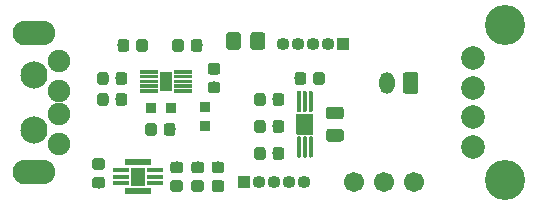
<source format=gts>
G04 #@! TF.GenerationSoftware,KiCad,Pcbnew,(5.1.2)-1*
G04 #@! TF.CreationDate,2019-07-15T17:46:34-04:00*
G04 #@! TF.ProjectId,Charger Prototype,43686172-6765-4722-9050-726f746f7479,v1.0*
G04 #@! TF.SameCoordinates,Original*
G04 #@! TF.FileFunction,Soldermask,Top*
G04 #@! TF.FilePolarity,Negative*
%FSLAX46Y46*%
G04 Gerber Fmt 4.6, Leading zero omitted, Abs format (unit mm)*
G04 Created by KiCad (PCBNEW (5.1.2)-1) date 2019-07-15 17:46:34*
%MOMM*%
%LPD*%
G04 APERTURE LIST*
%ADD10C,0.100000*%
%ADD11C,0.301600*%
%ADD12C,0.901600*%
%ADD13R,2.201600X0.501600*%
%ADD14R,1.476600X0.451600*%
%ADD15R,1.201600X1.601600*%
%ADD16O,1.101600X1.101600*%
%ADD17R,1.101600X1.101600*%
%ADD18C,0.976600*%
%ADD19R,0.901600X0.901600*%
%ADD20C,1.901600*%
%ADD21C,2.301600*%
%ADD22O,3.601600X2.101600*%
%ADD23O,1.301600X1.851600*%
%ADD24C,1.301600*%
%ADD25C,2.001600*%
%ADD26C,3.401600*%
%ADD27C,1.251600*%
%ADD28C,1.076600*%
%ADD29C,1.701600*%
%ADD30C,0.351600*%
%ADD31C,1.451600*%
G04 APERTURE END LIST*
D10*
G36*
X116229934Y-91581290D02*
G01*
X116231749Y-91581559D01*
X116233529Y-91582005D01*
X116235257Y-91582623D01*
X116236916Y-91583408D01*
X116238490Y-91584351D01*
X116239964Y-91585444D01*
X116241323Y-91586677D01*
X116242556Y-91588036D01*
X116243649Y-91589510D01*
X116244592Y-91591084D01*
X116245377Y-91592743D01*
X116245995Y-91594471D01*
X116246441Y-91596251D01*
X116246710Y-91598066D01*
X116246800Y-91599899D01*
X116246800Y-91864101D01*
X116246710Y-91865934D01*
X116246441Y-91867749D01*
X116245995Y-91869529D01*
X116245377Y-91871257D01*
X116244592Y-91872916D01*
X116243649Y-91874490D01*
X116242556Y-91875964D01*
X116241323Y-91877323D01*
X116239964Y-91878556D01*
X116238490Y-91879649D01*
X116236916Y-91880592D01*
X116235257Y-91881377D01*
X116233529Y-91881995D01*
X116231749Y-91882441D01*
X116229934Y-91882710D01*
X116228101Y-91882800D01*
X114713899Y-91882800D01*
X114712066Y-91882710D01*
X114710251Y-91882441D01*
X114708471Y-91881995D01*
X114706743Y-91881377D01*
X114705084Y-91880592D01*
X114703510Y-91879649D01*
X114702036Y-91878556D01*
X114700677Y-91877323D01*
X114699444Y-91875964D01*
X114698351Y-91874490D01*
X114697408Y-91872916D01*
X114696623Y-91871257D01*
X114696005Y-91869529D01*
X114695559Y-91867749D01*
X114695290Y-91865934D01*
X114695200Y-91864101D01*
X114695200Y-91599899D01*
X114695290Y-91598066D01*
X114695559Y-91596251D01*
X114696005Y-91594471D01*
X114696623Y-91592743D01*
X114697408Y-91591084D01*
X114698351Y-91589510D01*
X114699444Y-91588036D01*
X114700677Y-91586677D01*
X114702036Y-91585444D01*
X114703510Y-91584351D01*
X114705084Y-91583408D01*
X114706743Y-91582623D01*
X114708471Y-91582005D01*
X114710251Y-91581559D01*
X114712066Y-91581290D01*
X114713899Y-91581200D01*
X116228101Y-91581200D01*
X116229934Y-91581290D01*
X116229934Y-91581290D01*
G37*
D11*
X115471000Y-91732000D03*
D10*
G36*
X116229934Y-91181290D02*
G01*
X116231749Y-91181559D01*
X116233529Y-91182005D01*
X116235257Y-91182623D01*
X116236916Y-91183408D01*
X116238490Y-91184351D01*
X116239964Y-91185444D01*
X116241323Y-91186677D01*
X116242556Y-91188036D01*
X116243649Y-91189510D01*
X116244592Y-91191084D01*
X116245377Y-91192743D01*
X116245995Y-91194471D01*
X116246441Y-91196251D01*
X116246710Y-91198066D01*
X116246800Y-91199899D01*
X116246800Y-91464101D01*
X116246710Y-91465934D01*
X116246441Y-91467749D01*
X116245995Y-91469529D01*
X116245377Y-91471257D01*
X116244592Y-91472916D01*
X116243649Y-91474490D01*
X116242556Y-91475964D01*
X116241323Y-91477323D01*
X116239964Y-91478556D01*
X116238490Y-91479649D01*
X116236916Y-91480592D01*
X116235257Y-91481377D01*
X116233529Y-91481995D01*
X116231749Y-91482441D01*
X116229934Y-91482710D01*
X116228101Y-91482800D01*
X114713899Y-91482800D01*
X114712066Y-91482710D01*
X114710251Y-91482441D01*
X114708471Y-91481995D01*
X114706743Y-91481377D01*
X114705084Y-91480592D01*
X114703510Y-91479649D01*
X114702036Y-91478556D01*
X114700677Y-91477323D01*
X114699444Y-91475964D01*
X114698351Y-91474490D01*
X114697408Y-91472916D01*
X114696623Y-91471257D01*
X114696005Y-91469529D01*
X114695559Y-91467749D01*
X114695290Y-91465934D01*
X114695200Y-91464101D01*
X114695200Y-91199899D01*
X114695290Y-91198066D01*
X114695559Y-91196251D01*
X114696005Y-91194471D01*
X114696623Y-91192743D01*
X114697408Y-91191084D01*
X114698351Y-91189510D01*
X114699444Y-91188036D01*
X114700677Y-91186677D01*
X114702036Y-91185444D01*
X114703510Y-91184351D01*
X114705084Y-91183408D01*
X114706743Y-91182623D01*
X114708471Y-91182005D01*
X114710251Y-91181559D01*
X114712066Y-91181290D01*
X114713899Y-91181200D01*
X116228101Y-91181200D01*
X116229934Y-91181290D01*
X116229934Y-91181290D01*
G37*
D11*
X115471000Y-91332000D03*
D10*
G36*
X116229934Y-89981290D02*
G01*
X116231749Y-89981559D01*
X116233529Y-89982005D01*
X116235257Y-89982623D01*
X116236916Y-89983408D01*
X116238490Y-89984351D01*
X116239964Y-89985444D01*
X116241323Y-89986677D01*
X116242556Y-89988036D01*
X116243649Y-89989510D01*
X116244592Y-89991084D01*
X116245377Y-89992743D01*
X116245995Y-89994471D01*
X116246441Y-89996251D01*
X116246710Y-89998066D01*
X116246800Y-89999899D01*
X116246800Y-90264101D01*
X116246710Y-90265934D01*
X116246441Y-90267749D01*
X116245995Y-90269529D01*
X116245377Y-90271257D01*
X116244592Y-90272916D01*
X116243649Y-90274490D01*
X116242556Y-90275964D01*
X116241323Y-90277323D01*
X116239964Y-90278556D01*
X116238490Y-90279649D01*
X116236916Y-90280592D01*
X116235257Y-90281377D01*
X116233529Y-90281995D01*
X116231749Y-90282441D01*
X116229934Y-90282710D01*
X116228101Y-90282800D01*
X114713899Y-90282800D01*
X114712066Y-90282710D01*
X114710251Y-90282441D01*
X114708471Y-90281995D01*
X114706743Y-90281377D01*
X114705084Y-90280592D01*
X114703510Y-90279649D01*
X114702036Y-90278556D01*
X114700677Y-90277323D01*
X114699444Y-90275964D01*
X114698351Y-90274490D01*
X114697408Y-90272916D01*
X114696623Y-90271257D01*
X114696005Y-90269529D01*
X114695559Y-90267749D01*
X114695290Y-90265934D01*
X114695200Y-90264101D01*
X114695200Y-89999899D01*
X114695290Y-89998066D01*
X114695559Y-89996251D01*
X114696005Y-89994471D01*
X114696623Y-89992743D01*
X114697408Y-89991084D01*
X114698351Y-89989510D01*
X114699444Y-89988036D01*
X114700677Y-89986677D01*
X114702036Y-89985444D01*
X114703510Y-89984351D01*
X114705084Y-89983408D01*
X114706743Y-89982623D01*
X114708471Y-89982005D01*
X114710251Y-89981559D01*
X114712066Y-89981290D01*
X114713899Y-89981200D01*
X116228101Y-89981200D01*
X116229934Y-89981290D01*
X116229934Y-89981290D01*
G37*
D11*
X115471000Y-90132000D03*
D10*
G36*
X116229934Y-90381290D02*
G01*
X116231749Y-90381559D01*
X116233529Y-90382005D01*
X116235257Y-90382623D01*
X116236916Y-90383408D01*
X116238490Y-90384351D01*
X116239964Y-90385444D01*
X116241323Y-90386677D01*
X116242556Y-90388036D01*
X116243649Y-90389510D01*
X116244592Y-90391084D01*
X116245377Y-90392743D01*
X116245995Y-90394471D01*
X116246441Y-90396251D01*
X116246710Y-90398066D01*
X116246800Y-90399899D01*
X116246800Y-90664101D01*
X116246710Y-90665934D01*
X116246441Y-90667749D01*
X116245995Y-90669529D01*
X116245377Y-90671257D01*
X116244592Y-90672916D01*
X116243649Y-90674490D01*
X116242556Y-90675964D01*
X116241323Y-90677323D01*
X116239964Y-90678556D01*
X116238490Y-90679649D01*
X116236916Y-90680592D01*
X116235257Y-90681377D01*
X116233529Y-90681995D01*
X116231749Y-90682441D01*
X116229934Y-90682710D01*
X116228101Y-90682800D01*
X114713899Y-90682800D01*
X114712066Y-90682710D01*
X114710251Y-90682441D01*
X114708471Y-90681995D01*
X114706743Y-90681377D01*
X114705084Y-90680592D01*
X114703510Y-90679649D01*
X114702036Y-90678556D01*
X114700677Y-90677323D01*
X114699444Y-90675964D01*
X114698351Y-90674490D01*
X114697408Y-90672916D01*
X114696623Y-90671257D01*
X114696005Y-90669529D01*
X114695559Y-90667749D01*
X114695290Y-90665934D01*
X114695200Y-90664101D01*
X114695200Y-90399899D01*
X114695290Y-90398066D01*
X114695559Y-90396251D01*
X114696005Y-90394471D01*
X114696623Y-90392743D01*
X114697408Y-90391084D01*
X114698351Y-90389510D01*
X114699444Y-90388036D01*
X114700677Y-90386677D01*
X114702036Y-90385444D01*
X114703510Y-90384351D01*
X114705084Y-90383408D01*
X114706743Y-90382623D01*
X114708471Y-90382005D01*
X114710251Y-90381559D01*
X114712066Y-90381290D01*
X114713899Y-90381200D01*
X116228101Y-90381200D01*
X116229934Y-90381290D01*
X116229934Y-90381290D01*
G37*
D11*
X115471000Y-90532000D03*
D10*
G36*
X113379934Y-91581290D02*
G01*
X113381749Y-91581559D01*
X113383529Y-91582005D01*
X113385257Y-91582623D01*
X113386916Y-91583408D01*
X113388490Y-91584351D01*
X113389964Y-91585444D01*
X113391323Y-91586677D01*
X113392556Y-91588036D01*
X113393649Y-91589510D01*
X113394592Y-91591084D01*
X113395377Y-91592743D01*
X113395995Y-91594471D01*
X113396441Y-91596251D01*
X113396710Y-91598066D01*
X113396800Y-91599899D01*
X113396800Y-91864101D01*
X113396710Y-91865934D01*
X113396441Y-91867749D01*
X113395995Y-91869529D01*
X113395377Y-91871257D01*
X113394592Y-91872916D01*
X113393649Y-91874490D01*
X113392556Y-91875964D01*
X113391323Y-91877323D01*
X113389964Y-91878556D01*
X113388490Y-91879649D01*
X113386916Y-91880592D01*
X113385257Y-91881377D01*
X113383529Y-91881995D01*
X113381749Y-91882441D01*
X113379934Y-91882710D01*
X113378101Y-91882800D01*
X111863899Y-91882800D01*
X111862066Y-91882710D01*
X111860251Y-91882441D01*
X111858471Y-91881995D01*
X111856743Y-91881377D01*
X111855084Y-91880592D01*
X111853510Y-91879649D01*
X111852036Y-91878556D01*
X111850677Y-91877323D01*
X111849444Y-91875964D01*
X111848351Y-91874490D01*
X111847408Y-91872916D01*
X111846623Y-91871257D01*
X111846005Y-91869529D01*
X111845559Y-91867749D01*
X111845290Y-91865934D01*
X111845200Y-91864101D01*
X111845200Y-91599899D01*
X111845290Y-91598066D01*
X111845559Y-91596251D01*
X111846005Y-91594471D01*
X111846623Y-91592743D01*
X111847408Y-91591084D01*
X111848351Y-91589510D01*
X111849444Y-91588036D01*
X111850677Y-91586677D01*
X111852036Y-91585444D01*
X111853510Y-91584351D01*
X111855084Y-91583408D01*
X111856743Y-91582623D01*
X111858471Y-91582005D01*
X111860251Y-91581559D01*
X111862066Y-91581290D01*
X111863899Y-91581200D01*
X113378101Y-91581200D01*
X113379934Y-91581290D01*
X113379934Y-91581290D01*
G37*
D11*
X112621000Y-91732000D03*
D10*
G36*
X113379934Y-91181290D02*
G01*
X113381749Y-91181559D01*
X113383529Y-91182005D01*
X113385257Y-91182623D01*
X113386916Y-91183408D01*
X113388490Y-91184351D01*
X113389964Y-91185444D01*
X113391323Y-91186677D01*
X113392556Y-91188036D01*
X113393649Y-91189510D01*
X113394592Y-91191084D01*
X113395377Y-91192743D01*
X113395995Y-91194471D01*
X113396441Y-91196251D01*
X113396710Y-91198066D01*
X113396800Y-91199899D01*
X113396800Y-91464101D01*
X113396710Y-91465934D01*
X113396441Y-91467749D01*
X113395995Y-91469529D01*
X113395377Y-91471257D01*
X113394592Y-91472916D01*
X113393649Y-91474490D01*
X113392556Y-91475964D01*
X113391323Y-91477323D01*
X113389964Y-91478556D01*
X113388490Y-91479649D01*
X113386916Y-91480592D01*
X113385257Y-91481377D01*
X113383529Y-91481995D01*
X113381749Y-91482441D01*
X113379934Y-91482710D01*
X113378101Y-91482800D01*
X111863899Y-91482800D01*
X111862066Y-91482710D01*
X111860251Y-91482441D01*
X111858471Y-91481995D01*
X111856743Y-91481377D01*
X111855084Y-91480592D01*
X111853510Y-91479649D01*
X111852036Y-91478556D01*
X111850677Y-91477323D01*
X111849444Y-91475964D01*
X111848351Y-91474490D01*
X111847408Y-91472916D01*
X111846623Y-91471257D01*
X111846005Y-91469529D01*
X111845559Y-91467749D01*
X111845290Y-91465934D01*
X111845200Y-91464101D01*
X111845200Y-91199899D01*
X111845290Y-91198066D01*
X111845559Y-91196251D01*
X111846005Y-91194471D01*
X111846623Y-91192743D01*
X111847408Y-91191084D01*
X111848351Y-91189510D01*
X111849444Y-91188036D01*
X111850677Y-91186677D01*
X111852036Y-91185444D01*
X111853510Y-91184351D01*
X111855084Y-91183408D01*
X111856743Y-91182623D01*
X111858471Y-91182005D01*
X111860251Y-91181559D01*
X111862066Y-91181290D01*
X111863899Y-91181200D01*
X113378101Y-91181200D01*
X113379934Y-91181290D01*
X113379934Y-91181290D01*
G37*
D11*
X112621000Y-91332000D03*
D10*
G36*
X113379934Y-89981290D02*
G01*
X113381749Y-89981559D01*
X113383529Y-89982005D01*
X113385257Y-89982623D01*
X113386916Y-89983408D01*
X113388490Y-89984351D01*
X113389964Y-89985444D01*
X113391323Y-89986677D01*
X113392556Y-89988036D01*
X113393649Y-89989510D01*
X113394592Y-89991084D01*
X113395377Y-89992743D01*
X113395995Y-89994471D01*
X113396441Y-89996251D01*
X113396710Y-89998066D01*
X113396800Y-89999899D01*
X113396800Y-90264101D01*
X113396710Y-90265934D01*
X113396441Y-90267749D01*
X113395995Y-90269529D01*
X113395377Y-90271257D01*
X113394592Y-90272916D01*
X113393649Y-90274490D01*
X113392556Y-90275964D01*
X113391323Y-90277323D01*
X113389964Y-90278556D01*
X113388490Y-90279649D01*
X113386916Y-90280592D01*
X113385257Y-90281377D01*
X113383529Y-90281995D01*
X113381749Y-90282441D01*
X113379934Y-90282710D01*
X113378101Y-90282800D01*
X111863899Y-90282800D01*
X111862066Y-90282710D01*
X111860251Y-90282441D01*
X111858471Y-90281995D01*
X111856743Y-90281377D01*
X111855084Y-90280592D01*
X111853510Y-90279649D01*
X111852036Y-90278556D01*
X111850677Y-90277323D01*
X111849444Y-90275964D01*
X111848351Y-90274490D01*
X111847408Y-90272916D01*
X111846623Y-90271257D01*
X111846005Y-90269529D01*
X111845559Y-90267749D01*
X111845290Y-90265934D01*
X111845200Y-90264101D01*
X111845200Y-89999899D01*
X111845290Y-89998066D01*
X111845559Y-89996251D01*
X111846005Y-89994471D01*
X111846623Y-89992743D01*
X111847408Y-89991084D01*
X111848351Y-89989510D01*
X111849444Y-89988036D01*
X111850677Y-89986677D01*
X111852036Y-89985444D01*
X111853510Y-89984351D01*
X111855084Y-89983408D01*
X111856743Y-89982623D01*
X111858471Y-89982005D01*
X111860251Y-89981559D01*
X111862066Y-89981290D01*
X111863899Y-89981200D01*
X113378101Y-89981200D01*
X113379934Y-89981290D01*
X113379934Y-89981290D01*
G37*
D11*
X112621000Y-90132000D03*
D10*
G36*
X113379934Y-90381290D02*
G01*
X113381749Y-90381559D01*
X113383529Y-90382005D01*
X113385257Y-90382623D01*
X113386916Y-90383408D01*
X113388490Y-90384351D01*
X113389964Y-90385444D01*
X113391323Y-90386677D01*
X113392556Y-90388036D01*
X113393649Y-90389510D01*
X113394592Y-90391084D01*
X113395377Y-90392743D01*
X113395995Y-90394471D01*
X113396441Y-90396251D01*
X113396710Y-90398066D01*
X113396800Y-90399899D01*
X113396800Y-90664101D01*
X113396710Y-90665934D01*
X113396441Y-90667749D01*
X113395995Y-90669529D01*
X113395377Y-90671257D01*
X113394592Y-90672916D01*
X113393649Y-90674490D01*
X113392556Y-90675964D01*
X113391323Y-90677323D01*
X113389964Y-90678556D01*
X113388490Y-90679649D01*
X113386916Y-90680592D01*
X113385257Y-90681377D01*
X113383529Y-90681995D01*
X113381749Y-90682441D01*
X113379934Y-90682710D01*
X113378101Y-90682800D01*
X111863899Y-90682800D01*
X111862066Y-90682710D01*
X111860251Y-90682441D01*
X111858471Y-90681995D01*
X111856743Y-90681377D01*
X111855084Y-90680592D01*
X111853510Y-90679649D01*
X111852036Y-90678556D01*
X111850677Y-90677323D01*
X111849444Y-90675964D01*
X111848351Y-90674490D01*
X111847408Y-90672916D01*
X111846623Y-90671257D01*
X111846005Y-90669529D01*
X111845559Y-90667749D01*
X111845290Y-90665934D01*
X111845200Y-90664101D01*
X111845200Y-90399899D01*
X111845290Y-90398066D01*
X111845559Y-90396251D01*
X111846005Y-90394471D01*
X111846623Y-90392743D01*
X111847408Y-90391084D01*
X111848351Y-90389510D01*
X111849444Y-90388036D01*
X111850677Y-90386677D01*
X111852036Y-90385444D01*
X111853510Y-90384351D01*
X111855084Y-90383408D01*
X111856743Y-90382623D01*
X111858471Y-90382005D01*
X111860251Y-90381559D01*
X111862066Y-90381290D01*
X111863899Y-90381200D01*
X113378101Y-90381200D01*
X113379934Y-90381290D01*
X113379934Y-90381290D01*
G37*
D11*
X112621000Y-90532000D03*
D10*
G36*
X116229934Y-90781290D02*
G01*
X116231749Y-90781559D01*
X116233529Y-90782005D01*
X116235257Y-90782623D01*
X116236916Y-90783408D01*
X116238490Y-90784351D01*
X116239964Y-90785444D01*
X116241323Y-90786677D01*
X116242556Y-90788036D01*
X116243649Y-90789510D01*
X116244592Y-90791084D01*
X116245377Y-90792743D01*
X116245995Y-90794471D01*
X116246441Y-90796251D01*
X116246710Y-90798066D01*
X116246800Y-90799899D01*
X116246800Y-91064101D01*
X116246710Y-91065934D01*
X116246441Y-91067749D01*
X116245995Y-91069529D01*
X116245377Y-91071257D01*
X116244592Y-91072916D01*
X116243649Y-91074490D01*
X116242556Y-91075964D01*
X116241323Y-91077323D01*
X116239964Y-91078556D01*
X116238490Y-91079649D01*
X116236916Y-91080592D01*
X116235257Y-91081377D01*
X116233529Y-91081995D01*
X116231749Y-91082441D01*
X116229934Y-91082710D01*
X116228101Y-91082800D01*
X114713899Y-91082800D01*
X114712066Y-91082710D01*
X114710251Y-91082441D01*
X114708471Y-91081995D01*
X114706743Y-91081377D01*
X114705084Y-91080592D01*
X114703510Y-91079649D01*
X114702036Y-91078556D01*
X114700677Y-91077323D01*
X114699444Y-91075964D01*
X114698351Y-91074490D01*
X114697408Y-91072916D01*
X114696623Y-91071257D01*
X114696005Y-91069529D01*
X114695559Y-91067749D01*
X114695290Y-91065934D01*
X114695200Y-91064101D01*
X114695200Y-90799899D01*
X114695290Y-90798066D01*
X114695559Y-90796251D01*
X114696005Y-90794471D01*
X114696623Y-90792743D01*
X114697408Y-90791084D01*
X114698351Y-90789510D01*
X114699444Y-90788036D01*
X114700677Y-90786677D01*
X114702036Y-90785444D01*
X114703510Y-90784351D01*
X114705084Y-90783408D01*
X114706743Y-90782623D01*
X114708471Y-90782005D01*
X114710251Y-90781559D01*
X114712066Y-90781290D01*
X114713899Y-90781200D01*
X116228101Y-90781200D01*
X116229934Y-90781290D01*
X116229934Y-90781290D01*
G37*
D11*
X115471000Y-90932000D03*
D10*
G36*
X113379934Y-90781290D02*
G01*
X113381749Y-90781559D01*
X113383529Y-90782005D01*
X113385257Y-90782623D01*
X113386916Y-90783408D01*
X113388490Y-90784351D01*
X113389964Y-90785444D01*
X113391323Y-90786677D01*
X113392556Y-90788036D01*
X113393649Y-90789510D01*
X113394592Y-90791084D01*
X113395377Y-90792743D01*
X113395995Y-90794471D01*
X113396441Y-90796251D01*
X113396710Y-90798066D01*
X113396800Y-90799899D01*
X113396800Y-91064101D01*
X113396710Y-91065934D01*
X113396441Y-91067749D01*
X113395995Y-91069529D01*
X113395377Y-91071257D01*
X113394592Y-91072916D01*
X113393649Y-91074490D01*
X113392556Y-91075964D01*
X113391323Y-91077323D01*
X113389964Y-91078556D01*
X113388490Y-91079649D01*
X113386916Y-91080592D01*
X113385257Y-91081377D01*
X113383529Y-91081995D01*
X113381749Y-91082441D01*
X113379934Y-91082710D01*
X113378101Y-91082800D01*
X111863899Y-91082800D01*
X111862066Y-91082710D01*
X111860251Y-91082441D01*
X111858471Y-91081995D01*
X111856743Y-91081377D01*
X111855084Y-91080592D01*
X111853510Y-91079649D01*
X111852036Y-91078556D01*
X111850677Y-91077323D01*
X111849444Y-91075964D01*
X111848351Y-91074490D01*
X111847408Y-91072916D01*
X111846623Y-91071257D01*
X111846005Y-91069529D01*
X111845559Y-91067749D01*
X111845290Y-91065934D01*
X111845200Y-91064101D01*
X111845200Y-90799899D01*
X111845290Y-90798066D01*
X111845559Y-90796251D01*
X111846005Y-90794471D01*
X111846623Y-90792743D01*
X111847408Y-90791084D01*
X111848351Y-90789510D01*
X111849444Y-90788036D01*
X111850677Y-90786677D01*
X111852036Y-90785444D01*
X111853510Y-90784351D01*
X111855084Y-90783408D01*
X111856743Y-90782623D01*
X111858471Y-90782005D01*
X111860251Y-90781559D01*
X111862066Y-90781290D01*
X111863899Y-90781200D01*
X113378101Y-90781200D01*
X113379934Y-90781290D01*
X113379934Y-90781290D01*
G37*
D11*
X112621000Y-90932000D03*
D10*
G36*
X114506139Y-90131417D02*
G01*
X114510515Y-90132066D01*
X114514806Y-90133141D01*
X114518971Y-90134632D01*
X114522971Y-90136523D01*
X114526765Y-90138797D01*
X114530318Y-90141433D01*
X114533596Y-90144404D01*
X114536567Y-90147682D01*
X114539203Y-90151235D01*
X114541477Y-90155029D01*
X114543368Y-90159029D01*
X114544859Y-90163194D01*
X114545934Y-90167485D01*
X114546583Y-90171861D01*
X114546800Y-90176280D01*
X114546800Y-90987720D01*
X114546583Y-90992139D01*
X114545934Y-90996515D01*
X114544859Y-91000806D01*
X114543368Y-91004971D01*
X114541477Y-91008971D01*
X114539203Y-91012765D01*
X114536567Y-91016318D01*
X114533596Y-91019596D01*
X114530318Y-91022567D01*
X114526765Y-91025203D01*
X114522971Y-91027477D01*
X114518971Y-91029368D01*
X114514806Y-91030859D01*
X114510515Y-91031934D01*
X114506139Y-91032583D01*
X114501720Y-91032800D01*
X113590280Y-91032800D01*
X113585861Y-91032583D01*
X113581485Y-91031934D01*
X113577194Y-91030859D01*
X113573029Y-91029368D01*
X113569029Y-91027477D01*
X113565235Y-91025203D01*
X113561682Y-91022567D01*
X113558404Y-91019596D01*
X113555433Y-91016318D01*
X113552797Y-91012765D01*
X113550523Y-91008971D01*
X113548632Y-91004971D01*
X113547141Y-91000806D01*
X113546066Y-90996515D01*
X113545417Y-90992139D01*
X113545200Y-90987720D01*
X113545200Y-90176280D01*
X113545417Y-90171861D01*
X113546066Y-90167485D01*
X113547141Y-90163194D01*
X113548632Y-90159029D01*
X113550523Y-90155029D01*
X113552797Y-90151235D01*
X113555433Y-90147682D01*
X113558404Y-90144404D01*
X113561682Y-90141433D01*
X113565235Y-90138797D01*
X113569029Y-90136523D01*
X113573029Y-90134632D01*
X113577194Y-90133141D01*
X113581485Y-90132066D01*
X113585861Y-90131417D01*
X113590280Y-90131200D01*
X114501720Y-90131200D01*
X114506139Y-90131417D01*
X114506139Y-90131417D01*
G37*
D12*
X114046000Y-90582000D03*
D10*
G36*
X114506139Y-90831417D02*
G01*
X114510515Y-90832066D01*
X114514806Y-90833141D01*
X114518971Y-90834632D01*
X114522971Y-90836523D01*
X114526765Y-90838797D01*
X114530318Y-90841433D01*
X114533596Y-90844404D01*
X114536567Y-90847682D01*
X114539203Y-90851235D01*
X114541477Y-90855029D01*
X114543368Y-90859029D01*
X114544859Y-90863194D01*
X114545934Y-90867485D01*
X114546583Y-90871861D01*
X114546800Y-90876280D01*
X114546800Y-91687720D01*
X114546583Y-91692139D01*
X114545934Y-91696515D01*
X114544859Y-91700806D01*
X114543368Y-91704971D01*
X114541477Y-91708971D01*
X114539203Y-91712765D01*
X114536567Y-91716318D01*
X114533596Y-91719596D01*
X114530318Y-91722567D01*
X114526765Y-91725203D01*
X114522971Y-91727477D01*
X114518971Y-91729368D01*
X114514806Y-91730859D01*
X114510515Y-91731934D01*
X114506139Y-91732583D01*
X114501720Y-91732800D01*
X113590280Y-91732800D01*
X113585861Y-91732583D01*
X113581485Y-91731934D01*
X113577194Y-91730859D01*
X113573029Y-91729368D01*
X113569029Y-91727477D01*
X113565235Y-91725203D01*
X113561682Y-91722567D01*
X113558404Y-91719596D01*
X113555433Y-91716318D01*
X113552797Y-91712765D01*
X113550523Y-91708971D01*
X113548632Y-91704971D01*
X113547141Y-91700806D01*
X113546066Y-91696515D01*
X113545417Y-91692139D01*
X113545200Y-91687720D01*
X113545200Y-90876280D01*
X113545417Y-90871861D01*
X113546066Y-90867485D01*
X113547141Y-90863194D01*
X113548632Y-90859029D01*
X113550523Y-90855029D01*
X113552797Y-90851235D01*
X113555433Y-90847682D01*
X113558404Y-90844404D01*
X113561682Y-90841433D01*
X113565235Y-90838797D01*
X113569029Y-90836523D01*
X113573029Y-90834632D01*
X113577194Y-90833141D01*
X113581485Y-90832066D01*
X113585861Y-90831417D01*
X113590280Y-90831200D01*
X114501720Y-90831200D01*
X114506139Y-90831417D01*
X114506139Y-90831417D01*
G37*
D12*
X114046000Y-91282000D03*
D13*
X111633000Y-100246500D03*
X111633000Y-97746500D03*
D14*
X110195500Y-99546500D03*
X110195500Y-98446500D03*
X110195500Y-98996500D03*
X113070500Y-98446500D03*
X113083000Y-99546500D03*
X113070500Y-98996500D03*
D15*
X111633000Y-98996500D03*
D16*
X123952000Y-87757000D03*
X125222000Y-87757000D03*
X126492000Y-87757000D03*
X127762000Y-87757000D03*
D17*
X129032000Y-87757000D03*
D16*
X125730000Y-99441000D03*
X124460000Y-99441000D03*
X123190000Y-99441000D03*
X121920000Y-99441000D03*
D17*
X120650000Y-99441000D03*
D10*
G36*
X125693081Y-90153376D02*
G01*
X125716781Y-90156891D01*
X125740023Y-90162713D01*
X125762582Y-90170785D01*
X125784242Y-90181029D01*
X125804792Y-90193347D01*
X125824037Y-90207619D01*
X125841790Y-90223710D01*
X125857881Y-90241463D01*
X125872153Y-90260708D01*
X125884471Y-90281258D01*
X125894715Y-90302918D01*
X125902787Y-90325477D01*
X125908609Y-90348719D01*
X125912124Y-90372419D01*
X125913300Y-90396350D01*
X125913300Y-90959650D01*
X125912124Y-90983581D01*
X125908609Y-91007281D01*
X125902787Y-91030523D01*
X125894715Y-91053082D01*
X125884471Y-91074742D01*
X125872153Y-91095292D01*
X125857881Y-91114537D01*
X125841790Y-91132290D01*
X125824037Y-91148381D01*
X125804792Y-91162653D01*
X125784242Y-91174971D01*
X125762582Y-91185215D01*
X125740023Y-91193287D01*
X125716781Y-91199109D01*
X125693081Y-91202624D01*
X125669150Y-91203800D01*
X125180850Y-91203800D01*
X125156919Y-91202624D01*
X125133219Y-91199109D01*
X125109977Y-91193287D01*
X125087418Y-91185215D01*
X125065758Y-91174971D01*
X125045208Y-91162653D01*
X125025963Y-91148381D01*
X125008210Y-91132290D01*
X124992119Y-91114537D01*
X124977847Y-91095292D01*
X124965529Y-91074742D01*
X124955285Y-91053082D01*
X124947213Y-91030523D01*
X124941391Y-91007281D01*
X124937876Y-90983581D01*
X124936700Y-90959650D01*
X124936700Y-90396350D01*
X124937876Y-90372419D01*
X124941391Y-90348719D01*
X124947213Y-90325477D01*
X124955285Y-90302918D01*
X124965529Y-90281258D01*
X124977847Y-90260708D01*
X124992119Y-90241463D01*
X125008210Y-90223710D01*
X125025963Y-90207619D01*
X125045208Y-90193347D01*
X125065758Y-90181029D01*
X125087418Y-90170785D01*
X125109977Y-90162713D01*
X125133219Y-90156891D01*
X125156919Y-90153376D01*
X125180850Y-90152200D01*
X125669150Y-90152200D01*
X125693081Y-90153376D01*
X125693081Y-90153376D01*
G37*
D18*
X125425000Y-90678000D03*
D10*
G36*
X127268081Y-90153376D02*
G01*
X127291781Y-90156891D01*
X127315023Y-90162713D01*
X127337582Y-90170785D01*
X127359242Y-90181029D01*
X127379792Y-90193347D01*
X127399037Y-90207619D01*
X127416790Y-90223710D01*
X127432881Y-90241463D01*
X127447153Y-90260708D01*
X127459471Y-90281258D01*
X127469715Y-90302918D01*
X127477787Y-90325477D01*
X127483609Y-90348719D01*
X127487124Y-90372419D01*
X127488300Y-90396350D01*
X127488300Y-90959650D01*
X127487124Y-90983581D01*
X127483609Y-91007281D01*
X127477787Y-91030523D01*
X127469715Y-91053082D01*
X127459471Y-91074742D01*
X127447153Y-91095292D01*
X127432881Y-91114537D01*
X127416790Y-91132290D01*
X127399037Y-91148381D01*
X127379792Y-91162653D01*
X127359242Y-91174971D01*
X127337582Y-91185215D01*
X127315023Y-91193287D01*
X127291781Y-91199109D01*
X127268081Y-91202624D01*
X127244150Y-91203800D01*
X126755850Y-91203800D01*
X126731919Y-91202624D01*
X126708219Y-91199109D01*
X126684977Y-91193287D01*
X126662418Y-91185215D01*
X126640758Y-91174971D01*
X126620208Y-91162653D01*
X126600963Y-91148381D01*
X126583210Y-91132290D01*
X126567119Y-91114537D01*
X126552847Y-91095292D01*
X126540529Y-91074742D01*
X126530285Y-91053082D01*
X126522213Y-91030523D01*
X126516391Y-91007281D01*
X126512876Y-90983581D01*
X126511700Y-90959650D01*
X126511700Y-90396350D01*
X126512876Y-90372419D01*
X126516391Y-90348719D01*
X126522213Y-90325477D01*
X126530285Y-90302918D01*
X126540529Y-90281258D01*
X126552847Y-90260708D01*
X126567119Y-90241463D01*
X126583210Y-90223710D01*
X126600963Y-90207619D01*
X126620208Y-90193347D01*
X126640758Y-90181029D01*
X126662418Y-90170785D01*
X126684977Y-90162713D01*
X126708219Y-90156891D01*
X126731919Y-90153376D01*
X126755850Y-90152200D01*
X127244150Y-90152200D01*
X127268081Y-90153376D01*
X127268081Y-90153376D01*
G37*
D18*
X127000000Y-90678000D03*
D10*
G36*
X108636581Y-97442376D02*
G01*
X108660281Y-97445891D01*
X108683523Y-97451713D01*
X108706082Y-97459785D01*
X108727742Y-97470029D01*
X108748292Y-97482347D01*
X108767537Y-97496619D01*
X108785290Y-97512710D01*
X108801381Y-97530463D01*
X108815653Y-97549708D01*
X108827971Y-97570258D01*
X108838215Y-97591918D01*
X108846287Y-97614477D01*
X108852109Y-97637719D01*
X108855624Y-97661419D01*
X108856800Y-97685350D01*
X108856800Y-98173650D01*
X108855624Y-98197581D01*
X108852109Y-98221281D01*
X108846287Y-98244523D01*
X108838215Y-98267082D01*
X108827971Y-98288742D01*
X108815653Y-98309292D01*
X108801381Y-98328537D01*
X108785290Y-98346290D01*
X108767537Y-98362381D01*
X108748292Y-98376653D01*
X108727742Y-98388971D01*
X108706082Y-98399215D01*
X108683523Y-98407287D01*
X108660281Y-98413109D01*
X108636581Y-98416624D01*
X108612650Y-98417800D01*
X108049350Y-98417800D01*
X108025419Y-98416624D01*
X108001719Y-98413109D01*
X107978477Y-98407287D01*
X107955918Y-98399215D01*
X107934258Y-98388971D01*
X107913708Y-98376653D01*
X107894463Y-98362381D01*
X107876710Y-98346290D01*
X107860619Y-98328537D01*
X107846347Y-98309292D01*
X107834029Y-98288742D01*
X107823785Y-98267082D01*
X107815713Y-98244523D01*
X107809891Y-98221281D01*
X107806376Y-98197581D01*
X107805200Y-98173650D01*
X107805200Y-97685350D01*
X107806376Y-97661419D01*
X107809891Y-97637719D01*
X107815713Y-97614477D01*
X107823785Y-97591918D01*
X107834029Y-97570258D01*
X107846347Y-97549708D01*
X107860619Y-97530463D01*
X107876710Y-97512710D01*
X107894463Y-97496619D01*
X107913708Y-97482347D01*
X107934258Y-97470029D01*
X107955918Y-97459785D01*
X107978477Y-97451713D01*
X108001719Y-97445891D01*
X108025419Y-97442376D01*
X108049350Y-97441200D01*
X108612650Y-97441200D01*
X108636581Y-97442376D01*
X108636581Y-97442376D01*
G37*
D18*
X108331000Y-97929500D03*
D10*
G36*
X108636581Y-99017376D02*
G01*
X108660281Y-99020891D01*
X108683523Y-99026713D01*
X108706082Y-99034785D01*
X108727742Y-99045029D01*
X108748292Y-99057347D01*
X108767537Y-99071619D01*
X108785290Y-99087710D01*
X108801381Y-99105463D01*
X108815653Y-99124708D01*
X108827971Y-99145258D01*
X108838215Y-99166918D01*
X108846287Y-99189477D01*
X108852109Y-99212719D01*
X108855624Y-99236419D01*
X108856800Y-99260350D01*
X108856800Y-99748650D01*
X108855624Y-99772581D01*
X108852109Y-99796281D01*
X108846287Y-99819523D01*
X108838215Y-99842082D01*
X108827971Y-99863742D01*
X108815653Y-99884292D01*
X108801381Y-99903537D01*
X108785290Y-99921290D01*
X108767537Y-99937381D01*
X108748292Y-99951653D01*
X108727742Y-99963971D01*
X108706082Y-99974215D01*
X108683523Y-99982287D01*
X108660281Y-99988109D01*
X108636581Y-99991624D01*
X108612650Y-99992800D01*
X108049350Y-99992800D01*
X108025419Y-99991624D01*
X108001719Y-99988109D01*
X107978477Y-99982287D01*
X107955918Y-99974215D01*
X107934258Y-99963971D01*
X107913708Y-99951653D01*
X107894463Y-99937381D01*
X107876710Y-99921290D01*
X107860619Y-99903537D01*
X107846347Y-99884292D01*
X107834029Y-99863742D01*
X107823785Y-99842082D01*
X107815713Y-99819523D01*
X107809891Y-99796281D01*
X107806376Y-99772581D01*
X107805200Y-99748650D01*
X107805200Y-99260350D01*
X107806376Y-99236419D01*
X107809891Y-99212719D01*
X107815713Y-99189477D01*
X107823785Y-99166918D01*
X107834029Y-99145258D01*
X107846347Y-99124708D01*
X107860619Y-99105463D01*
X107876710Y-99087710D01*
X107894463Y-99071619D01*
X107913708Y-99057347D01*
X107934258Y-99045029D01*
X107955918Y-99034785D01*
X107978477Y-99026713D01*
X108001719Y-99020891D01*
X108025419Y-99017376D01*
X108049350Y-99016200D01*
X108612650Y-99016200D01*
X108636581Y-99017376D01*
X108636581Y-99017376D01*
G37*
D18*
X108331000Y-99504500D03*
D10*
G36*
X112282081Y-87359376D02*
G01*
X112305781Y-87362891D01*
X112329023Y-87368713D01*
X112351582Y-87376785D01*
X112373242Y-87387029D01*
X112393792Y-87399347D01*
X112413037Y-87413619D01*
X112430790Y-87429710D01*
X112446881Y-87447463D01*
X112461153Y-87466708D01*
X112473471Y-87487258D01*
X112483715Y-87508918D01*
X112491787Y-87531477D01*
X112497609Y-87554719D01*
X112501124Y-87578419D01*
X112502300Y-87602350D01*
X112502300Y-88165650D01*
X112501124Y-88189581D01*
X112497609Y-88213281D01*
X112491787Y-88236523D01*
X112483715Y-88259082D01*
X112473471Y-88280742D01*
X112461153Y-88301292D01*
X112446881Y-88320537D01*
X112430790Y-88338290D01*
X112413037Y-88354381D01*
X112393792Y-88368653D01*
X112373242Y-88380971D01*
X112351582Y-88391215D01*
X112329023Y-88399287D01*
X112305781Y-88405109D01*
X112282081Y-88408624D01*
X112258150Y-88409800D01*
X111769850Y-88409800D01*
X111745919Y-88408624D01*
X111722219Y-88405109D01*
X111698977Y-88399287D01*
X111676418Y-88391215D01*
X111654758Y-88380971D01*
X111634208Y-88368653D01*
X111614963Y-88354381D01*
X111597210Y-88338290D01*
X111581119Y-88320537D01*
X111566847Y-88301292D01*
X111554529Y-88280742D01*
X111544285Y-88259082D01*
X111536213Y-88236523D01*
X111530391Y-88213281D01*
X111526876Y-88189581D01*
X111525700Y-88165650D01*
X111525700Y-87602350D01*
X111526876Y-87578419D01*
X111530391Y-87554719D01*
X111536213Y-87531477D01*
X111544285Y-87508918D01*
X111554529Y-87487258D01*
X111566847Y-87466708D01*
X111581119Y-87447463D01*
X111597210Y-87429710D01*
X111614963Y-87413619D01*
X111634208Y-87399347D01*
X111654758Y-87387029D01*
X111676418Y-87376785D01*
X111698977Y-87368713D01*
X111722219Y-87362891D01*
X111745919Y-87359376D01*
X111769850Y-87358200D01*
X112258150Y-87358200D01*
X112282081Y-87359376D01*
X112282081Y-87359376D01*
G37*
D18*
X112014000Y-87884000D03*
D10*
G36*
X110707081Y-87359376D02*
G01*
X110730781Y-87362891D01*
X110754023Y-87368713D01*
X110776582Y-87376785D01*
X110798242Y-87387029D01*
X110818792Y-87399347D01*
X110838037Y-87413619D01*
X110855790Y-87429710D01*
X110871881Y-87447463D01*
X110886153Y-87466708D01*
X110898471Y-87487258D01*
X110908715Y-87508918D01*
X110916787Y-87531477D01*
X110922609Y-87554719D01*
X110926124Y-87578419D01*
X110927300Y-87602350D01*
X110927300Y-88165650D01*
X110926124Y-88189581D01*
X110922609Y-88213281D01*
X110916787Y-88236523D01*
X110908715Y-88259082D01*
X110898471Y-88280742D01*
X110886153Y-88301292D01*
X110871881Y-88320537D01*
X110855790Y-88338290D01*
X110838037Y-88354381D01*
X110818792Y-88368653D01*
X110798242Y-88380971D01*
X110776582Y-88391215D01*
X110754023Y-88399287D01*
X110730781Y-88405109D01*
X110707081Y-88408624D01*
X110683150Y-88409800D01*
X110194850Y-88409800D01*
X110170919Y-88408624D01*
X110147219Y-88405109D01*
X110123977Y-88399287D01*
X110101418Y-88391215D01*
X110079758Y-88380971D01*
X110059208Y-88368653D01*
X110039963Y-88354381D01*
X110022210Y-88338290D01*
X110006119Y-88320537D01*
X109991847Y-88301292D01*
X109979529Y-88280742D01*
X109969285Y-88259082D01*
X109961213Y-88236523D01*
X109955391Y-88213281D01*
X109951876Y-88189581D01*
X109950700Y-88165650D01*
X109950700Y-87602350D01*
X109951876Y-87578419D01*
X109955391Y-87554719D01*
X109961213Y-87531477D01*
X109969285Y-87508918D01*
X109979529Y-87487258D01*
X109991847Y-87466708D01*
X110006119Y-87447463D01*
X110022210Y-87429710D01*
X110039963Y-87413619D01*
X110059208Y-87399347D01*
X110079758Y-87387029D01*
X110101418Y-87376785D01*
X110123977Y-87368713D01*
X110147219Y-87362891D01*
X110170919Y-87359376D01*
X110194850Y-87358200D01*
X110683150Y-87358200D01*
X110707081Y-87359376D01*
X110707081Y-87359376D01*
G37*
D18*
X110439000Y-87884000D03*
D10*
G36*
X115330081Y-87359376D02*
G01*
X115353781Y-87362891D01*
X115377023Y-87368713D01*
X115399582Y-87376785D01*
X115421242Y-87387029D01*
X115441792Y-87399347D01*
X115461037Y-87413619D01*
X115478790Y-87429710D01*
X115494881Y-87447463D01*
X115509153Y-87466708D01*
X115521471Y-87487258D01*
X115531715Y-87508918D01*
X115539787Y-87531477D01*
X115545609Y-87554719D01*
X115549124Y-87578419D01*
X115550300Y-87602350D01*
X115550300Y-88165650D01*
X115549124Y-88189581D01*
X115545609Y-88213281D01*
X115539787Y-88236523D01*
X115531715Y-88259082D01*
X115521471Y-88280742D01*
X115509153Y-88301292D01*
X115494881Y-88320537D01*
X115478790Y-88338290D01*
X115461037Y-88354381D01*
X115441792Y-88368653D01*
X115421242Y-88380971D01*
X115399582Y-88391215D01*
X115377023Y-88399287D01*
X115353781Y-88405109D01*
X115330081Y-88408624D01*
X115306150Y-88409800D01*
X114817850Y-88409800D01*
X114793919Y-88408624D01*
X114770219Y-88405109D01*
X114746977Y-88399287D01*
X114724418Y-88391215D01*
X114702758Y-88380971D01*
X114682208Y-88368653D01*
X114662963Y-88354381D01*
X114645210Y-88338290D01*
X114629119Y-88320537D01*
X114614847Y-88301292D01*
X114602529Y-88280742D01*
X114592285Y-88259082D01*
X114584213Y-88236523D01*
X114578391Y-88213281D01*
X114574876Y-88189581D01*
X114573700Y-88165650D01*
X114573700Y-87602350D01*
X114574876Y-87578419D01*
X114578391Y-87554719D01*
X114584213Y-87531477D01*
X114592285Y-87508918D01*
X114602529Y-87487258D01*
X114614847Y-87466708D01*
X114629119Y-87447463D01*
X114645210Y-87429710D01*
X114662963Y-87413619D01*
X114682208Y-87399347D01*
X114702758Y-87387029D01*
X114724418Y-87376785D01*
X114746977Y-87368713D01*
X114770219Y-87362891D01*
X114793919Y-87359376D01*
X114817850Y-87358200D01*
X115306150Y-87358200D01*
X115330081Y-87359376D01*
X115330081Y-87359376D01*
G37*
D18*
X115062000Y-87884000D03*
D10*
G36*
X116905081Y-87359376D02*
G01*
X116928781Y-87362891D01*
X116952023Y-87368713D01*
X116974582Y-87376785D01*
X116996242Y-87387029D01*
X117016792Y-87399347D01*
X117036037Y-87413619D01*
X117053790Y-87429710D01*
X117069881Y-87447463D01*
X117084153Y-87466708D01*
X117096471Y-87487258D01*
X117106715Y-87508918D01*
X117114787Y-87531477D01*
X117120609Y-87554719D01*
X117124124Y-87578419D01*
X117125300Y-87602350D01*
X117125300Y-88165650D01*
X117124124Y-88189581D01*
X117120609Y-88213281D01*
X117114787Y-88236523D01*
X117106715Y-88259082D01*
X117096471Y-88280742D01*
X117084153Y-88301292D01*
X117069881Y-88320537D01*
X117053790Y-88338290D01*
X117036037Y-88354381D01*
X117016792Y-88368653D01*
X116996242Y-88380971D01*
X116974582Y-88391215D01*
X116952023Y-88399287D01*
X116928781Y-88405109D01*
X116905081Y-88408624D01*
X116881150Y-88409800D01*
X116392850Y-88409800D01*
X116368919Y-88408624D01*
X116345219Y-88405109D01*
X116321977Y-88399287D01*
X116299418Y-88391215D01*
X116277758Y-88380971D01*
X116257208Y-88368653D01*
X116237963Y-88354381D01*
X116220210Y-88338290D01*
X116204119Y-88320537D01*
X116189847Y-88301292D01*
X116177529Y-88280742D01*
X116167285Y-88259082D01*
X116159213Y-88236523D01*
X116153391Y-88213281D01*
X116149876Y-88189581D01*
X116148700Y-88165650D01*
X116148700Y-87602350D01*
X116149876Y-87578419D01*
X116153391Y-87554719D01*
X116159213Y-87531477D01*
X116167285Y-87508918D01*
X116177529Y-87487258D01*
X116189847Y-87466708D01*
X116204119Y-87447463D01*
X116220210Y-87429710D01*
X116237963Y-87413619D01*
X116257208Y-87399347D01*
X116277758Y-87387029D01*
X116299418Y-87376785D01*
X116321977Y-87368713D01*
X116345219Y-87362891D01*
X116368919Y-87359376D01*
X116392850Y-87358200D01*
X116881150Y-87358200D01*
X116905081Y-87359376D01*
X116905081Y-87359376D01*
G37*
D18*
X116637000Y-87884000D03*
D10*
G36*
X115240581Y-97721876D02*
G01*
X115264281Y-97725391D01*
X115287523Y-97731213D01*
X115310082Y-97739285D01*
X115331742Y-97749529D01*
X115352292Y-97761847D01*
X115371537Y-97776119D01*
X115389290Y-97792210D01*
X115405381Y-97809963D01*
X115419653Y-97829208D01*
X115431971Y-97849758D01*
X115442215Y-97871418D01*
X115450287Y-97893977D01*
X115456109Y-97917219D01*
X115459624Y-97940919D01*
X115460800Y-97964850D01*
X115460800Y-98453150D01*
X115459624Y-98477081D01*
X115456109Y-98500781D01*
X115450287Y-98524023D01*
X115442215Y-98546582D01*
X115431971Y-98568242D01*
X115419653Y-98588792D01*
X115405381Y-98608037D01*
X115389290Y-98625790D01*
X115371537Y-98641881D01*
X115352292Y-98656153D01*
X115331742Y-98668471D01*
X115310082Y-98678715D01*
X115287523Y-98686787D01*
X115264281Y-98692609D01*
X115240581Y-98696124D01*
X115216650Y-98697300D01*
X114653350Y-98697300D01*
X114629419Y-98696124D01*
X114605719Y-98692609D01*
X114582477Y-98686787D01*
X114559918Y-98678715D01*
X114538258Y-98668471D01*
X114517708Y-98656153D01*
X114498463Y-98641881D01*
X114480710Y-98625790D01*
X114464619Y-98608037D01*
X114450347Y-98588792D01*
X114438029Y-98568242D01*
X114427785Y-98546582D01*
X114419713Y-98524023D01*
X114413891Y-98500781D01*
X114410376Y-98477081D01*
X114409200Y-98453150D01*
X114409200Y-97964850D01*
X114410376Y-97940919D01*
X114413891Y-97917219D01*
X114419713Y-97893977D01*
X114427785Y-97871418D01*
X114438029Y-97849758D01*
X114450347Y-97829208D01*
X114464619Y-97809963D01*
X114480710Y-97792210D01*
X114498463Y-97776119D01*
X114517708Y-97761847D01*
X114538258Y-97749529D01*
X114559918Y-97739285D01*
X114582477Y-97731213D01*
X114605719Y-97725391D01*
X114629419Y-97721876D01*
X114653350Y-97720700D01*
X115216650Y-97720700D01*
X115240581Y-97721876D01*
X115240581Y-97721876D01*
G37*
D18*
X114935000Y-98209000D03*
D10*
G36*
X115240581Y-99296876D02*
G01*
X115264281Y-99300391D01*
X115287523Y-99306213D01*
X115310082Y-99314285D01*
X115331742Y-99324529D01*
X115352292Y-99336847D01*
X115371537Y-99351119D01*
X115389290Y-99367210D01*
X115405381Y-99384963D01*
X115419653Y-99404208D01*
X115431971Y-99424758D01*
X115442215Y-99446418D01*
X115450287Y-99468977D01*
X115456109Y-99492219D01*
X115459624Y-99515919D01*
X115460800Y-99539850D01*
X115460800Y-100028150D01*
X115459624Y-100052081D01*
X115456109Y-100075781D01*
X115450287Y-100099023D01*
X115442215Y-100121582D01*
X115431971Y-100143242D01*
X115419653Y-100163792D01*
X115405381Y-100183037D01*
X115389290Y-100200790D01*
X115371537Y-100216881D01*
X115352292Y-100231153D01*
X115331742Y-100243471D01*
X115310082Y-100253715D01*
X115287523Y-100261787D01*
X115264281Y-100267609D01*
X115240581Y-100271124D01*
X115216650Y-100272300D01*
X114653350Y-100272300D01*
X114629419Y-100271124D01*
X114605719Y-100267609D01*
X114582477Y-100261787D01*
X114559918Y-100253715D01*
X114538258Y-100243471D01*
X114517708Y-100231153D01*
X114498463Y-100216881D01*
X114480710Y-100200790D01*
X114464619Y-100183037D01*
X114450347Y-100163792D01*
X114438029Y-100143242D01*
X114427785Y-100121582D01*
X114419713Y-100099023D01*
X114413891Y-100075781D01*
X114410376Y-100052081D01*
X114409200Y-100028150D01*
X114409200Y-99539850D01*
X114410376Y-99515919D01*
X114413891Y-99492219D01*
X114419713Y-99468977D01*
X114427785Y-99446418D01*
X114438029Y-99424758D01*
X114450347Y-99404208D01*
X114464619Y-99384963D01*
X114480710Y-99367210D01*
X114498463Y-99351119D01*
X114517708Y-99336847D01*
X114538258Y-99324529D01*
X114559918Y-99314285D01*
X114582477Y-99306213D01*
X114605719Y-99300391D01*
X114629419Y-99296876D01*
X114653350Y-99295700D01*
X115216650Y-99295700D01*
X115240581Y-99296876D01*
X115240581Y-99296876D01*
G37*
D18*
X114935000Y-99784000D03*
D19*
X114426000Y-93218000D03*
X112776000Y-93218000D03*
X117348000Y-94742000D03*
X117348000Y-93092000D03*
D20*
X104970000Y-96210000D03*
X104970000Y-93710000D03*
X104970000Y-91710000D03*
X104970000Y-89210000D03*
D21*
X102870000Y-95010000D03*
X102870000Y-90410000D03*
D22*
X102870000Y-98560000D03*
X102870000Y-86860000D03*
D23*
X132747000Y-91059000D03*
D10*
G36*
X135153213Y-90134506D02*
G01*
X135179536Y-90138410D01*
X135205349Y-90144876D01*
X135230405Y-90153841D01*
X135254461Y-90165219D01*
X135277286Y-90178900D01*
X135298660Y-90194752D01*
X135318377Y-90212623D01*
X135336248Y-90232340D01*
X135352100Y-90253714D01*
X135365781Y-90276539D01*
X135377159Y-90300595D01*
X135386124Y-90325651D01*
X135392590Y-90351464D01*
X135396494Y-90377787D01*
X135397800Y-90404366D01*
X135397800Y-91713634D01*
X135396494Y-91740213D01*
X135392590Y-91766536D01*
X135386124Y-91792349D01*
X135377159Y-91817405D01*
X135365781Y-91841461D01*
X135352100Y-91864286D01*
X135336248Y-91885660D01*
X135318377Y-91905377D01*
X135298660Y-91923248D01*
X135277286Y-91939100D01*
X135254461Y-91952781D01*
X135230405Y-91964159D01*
X135205349Y-91973124D01*
X135179536Y-91979590D01*
X135153213Y-91983494D01*
X135126634Y-91984800D01*
X134367366Y-91984800D01*
X134340787Y-91983494D01*
X134314464Y-91979590D01*
X134288651Y-91973124D01*
X134263595Y-91964159D01*
X134239539Y-91952781D01*
X134216714Y-91939100D01*
X134195340Y-91923248D01*
X134175623Y-91905377D01*
X134157752Y-91885660D01*
X134141900Y-91864286D01*
X134128219Y-91841461D01*
X134116841Y-91817405D01*
X134107876Y-91792349D01*
X134101410Y-91766536D01*
X134097506Y-91740213D01*
X134096200Y-91713634D01*
X134096200Y-90404366D01*
X134097506Y-90377787D01*
X134101410Y-90351464D01*
X134107876Y-90325651D01*
X134116841Y-90300595D01*
X134128219Y-90276539D01*
X134141900Y-90253714D01*
X134157752Y-90232340D01*
X134175623Y-90212623D01*
X134195340Y-90194752D01*
X134216714Y-90178900D01*
X134239539Y-90165219D01*
X134263595Y-90153841D01*
X134288651Y-90144876D01*
X134314464Y-90138410D01*
X134340787Y-90134506D01*
X134367366Y-90133200D01*
X135126634Y-90133200D01*
X135153213Y-90134506D01*
X135153213Y-90134506D01*
G37*
D24*
X134747000Y-91059000D03*
D25*
X140038000Y-88960000D03*
X140048000Y-91460000D03*
X140023000Y-93960000D03*
X140038000Y-96460000D03*
D26*
X142748000Y-86140000D03*
X142748000Y-99280000D03*
D10*
G36*
X108954581Y-90153376D02*
G01*
X108978281Y-90156891D01*
X109001523Y-90162713D01*
X109024082Y-90170785D01*
X109045742Y-90181029D01*
X109066292Y-90193347D01*
X109085537Y-90207619D01*
X109103290Y-90223710D01*
X109119381Y-90241463D01*
X109133653Y-90260708D01*
X109145971Y-90281258D01*
X109156215Y-90302918D01*
X109164287Y-90325477D01*
X109170109Y-90348719D01*
X109173624Y-90372419D01*
X109174800Y-90396350D01*
X109174800Y-90959650D01*
X109173624Y-90983581D01*
X109170109Y-91007281D01*
X109164287Y-91030523D01*
X109156215Y-91053082D01*
X109145971Y-91074742D01*
X109133653Y-91095292D01*
X109119381Y-91114537D01*
X109103290Y-91132290D01*
X109085537Y-91148381D01*
X109066292Y-91162653D01*
X109045742Y-91174971D01*
X109024082Y-91185215D01*
X109001523Y-91193287D01*
X108978281Y-91199109D01*
X108954581Y-91202624D01*
X108930650Y-91203800D01*
X108442350Y-91203800D01*
X108418419Y-91202624D01*
X108394719Y-91199109D01*
X108371477Y-91193287D01*
X108348918Y-91185215D01*
X108327258Y-91174971D01*
X108306708Y-91162653D01*
X108287463Y-91148381D01*
X108269710Y-91132290D01*
X108253619Y-91114537D01*
X108239347Y-91095292D01*
X108227029Y-91074742D01*
X108216785Y-91053082D01*
X108208713Y-91030523D01*
X108202891Y-91007281D01*
X108199376Y-90983581D01*
X108198200Y-90959650D01*
X108198200Y-90396350D01*
X108199376Y-90372419D01*
X108202891Y-90348719D01*
X108208713Y-90325477D01*
X108216785Y-90302918D01*
X108227029Y-90281258D01*
X108239347Y-90260708D01*
X108253619Y-90241463D01*
X108269710Y-90223710D01*
X108287463Y-90207619D01*
X108306708Y-90193347D01*
X108327258Y-90181029D01*
X108348918Y-90170785D01*
X108371477Y-90162713D01*
X108394719Y-90156891D01*
X108418419Y-90153376D01*
X108442350Y-90152200D01*
X108930650Y-90152200D01*
X108954581Y-90153376D01*
X108954581Y-90153376D01*
G37*
D18*
X108686500Y-90678000D03*
D10*
G36*
X110529581Y-90153376D02*
G01*
X110553281Y-90156891D01*
X110576523Y-90162713D01*
X110599082Y-90170785D01*
X110620742Y-90181029D01*
X110641292Y-90193347D01*
X110660537Y-90207619D01*
X110678290Y-90223710D01*
X110694381Y-90241463D01*
X110708653Y-90260708D01*
X110720971Y-90281258D01*
X110731215Y-90302918D01*
X110739287Y-90325477D01*
X110745109Y-90348719D01*
X110748624Y-90372419D01*
X110749800Y-90396350D01*
X110749800Y-90959650D01*
X110748624Y-90983581D01*
X110745109Y-91007281D01*
X110739287Y-91030523D01*
X110731215Y-91053082D01*
X110720971Y-91074742D01*
X110708653Y-91095292D01*
X110694381Y-91114537D01*
X110678290Y-91132290D01*
X110660537Y-91148381D01*
X110641292Y-91162653D01*
X110620742Y-91174971D01*
X110599082Y-91185215D01*
X110576523Y-91193287D01*
X110553281Y-91199109D01*
X110529581Y-91202624D01*
X110505650Y-91203800D01*
X110017350Y-91203800D01*
X109993419Y-91202624D01*
X109969719Y-91199109D01*
X109946477Y-91193287D01*
X109923918Y-91185215D01*
X109902258Y-91174971D01*
X109881708Y-91162653D01*
X109862463Y-91148381D01*
X109844710Y-91132290D01*
X109828619Y-91114537D01*
X109814347Y-91095292D01*
X109802029Y-91074742D01*
X109791785Y-91053082D01*
X109783713Y-91030523D01*
X109777891Y-91007281D01*
X109774376Y-90983581D01*
X109773200Y-90959650D01*
X109773200Y-90396350D01*
X109774376Y-90372419D01*
X109777891Y-90348719D01*
X109783713Y-90325477D01*
X109791785Y-90302918D01*
X109802029Y-90281258D01*
X109814347Y-90260708D01*
X109828619Y-90241463D01*
X109844710Y-90223710D01*
X109862463Y-90207619D01*
X109881708Y-90193347D01*
X109902258Y-90181029D01*
X109923918Y-90170785D01*
X109946477Y-90162713D01*
X109969719Y-90156891D01*
X109993419Y-90153376D01*
X110017350Y-90152200D01*
X110505650Y-90152200D01*
X110529581Y-90153376D01*
X110529581Y-90153376D01*
G37*
D18*
X110261500Y-90678000D03*
D10*
G36*
X108954581Y-91931376D02*
G01*
X108978281Y-91934891D01*
X109001523Y-91940713D01*
X109024082Y-91948785D01*
X109045742Y-91959029D01*
X109066292Y-91971347D01*
X109085537Y-91985619D01*
X109103290Y-92001710D01*
X109119381Y-92019463D01*
X109133653Y-92038708D01*
X109145971Y-92059258D01*
X109156215Y-92080918D01*
X109164287Y-92103477D01*
X109170109Y-92126719D01*
X109173624Y-92150419D01*
X109174800Y-92174350D01*
X109174800Y-92737650D01*
X109173624Y-92761581D01*
X109170109Y-92785281D01*
X109164287Y-92808523D01*
X109156215Y-92831082D01*
X109145971Y-92852742D01*
X109133653Y-92873292D01*
X109119381Y-92892537D01*
X109103290Y-92910290D01*
X109085537Y-92926381D01*
X109066292Y-92940653D01*
X109045742Y-92952971D01*
X109024082Y-92963215D01*
X109001523Y-92971287D01*
X108978281Y-92977109D01*
X108954581Y-92980624D01*
X108930650Y-92981800D01*
X108442350Y-92981800D01*
X108418419Y-92980624D01*
X108394719Y-92977109D01*
X108371477Y-92971287D01*
X108348918Y-92963215D01*
X108327258Y-92952971D01*
X108306708Y-92940653D01*
X108287463Y-92926381D01*
X108269710Y-92910290D01*
X108253619Y-92892537D01*
X108239347Y-92873292D01*
X108227029Y-92852742D01*
X108216785Y-92831082D01*
X108208713Y-92808523D01*
X108202891Y-92785281D01*
X108199376Y-92761581D01*
X108198200Y-92737650D01*
X108198200Y-92174350D01*
X108199376Y-92150419D01*
X108202891Y-92126719D01*
X108208713Y-92103477D01*
X108216785Y-92080918D01*
X108227029Y-92059258D01*
X108239347Y-92038708D01*
X108253619Y-92019463D01*
X108269710Y-92001710D01*
X108287463Y-91985619D01*
X108306708Y-91971347D01*
X108327258Y-91959029D01*
X108348918Y-91948785D01*
X108371477Y-91940713D01*
X108394719Y-91934891D01*
X108418419Y-91931376D01*
X108442350Y-91930200D01*
X108930650Y-91930200D01*
X108954581Y-91931376D01*
X108954581Y-91931376D01*
G37*
D18*
X108686500Y-92456000D03*
D10*
G36*
X110529581Y-91931376D02*
G01*
X110553281Y-91934891D01*
X110576523Y-91940713D01*
X110599082Y-91948785D01*
X110620742Y-91959029D01*
X110641292Y-91971347D01*
X110660537Y-91985619D01*
X110678290Y-92001710D01*
X110694381Y-92019463D01*
X110708653Y-92038708D01*
X110720971Y-92059258D01*
X110731215Y-92080918D01*
X110739287Y-92103477D01*
X110745109Y-92126719D01*
X110748624Y-92150419D01*
X110749800Y-92174350D01*
X110749800Y-92737650D01*
X110748624Y-92761581D01*
X110745109Y-92785281D01*
X110739287Y-92808523D01*
X110731215Y-92831082D01*
X110720971Y-92852742D01*
X110708653Y-92873292D01*
X110694381Y-92892537D01*
X110678290Y-92910290D01*
X110660537Y-92926381D01*
X110641292Y-92940653D01*
X110620742Y-92952971D01*
X110599082Y-92963215D01*
X110576523Y-92971287D01*
X110553281Y-92977109D01*
X110529581Y-92980624D01*
X110505650Y-92981800D01*
X110017350Y-92981800D01*
X109993419Y-92980624D01*
X109969719Y-92977109D01*
X109946477Y-92971287D01*
X109923918Y-92963215D01*
X109902258Y-92952971D01*
X109881708Y-92940653D01*
X109862463Y-92926381D01*
X109844710Y-92910290D01*
X109828619Y-92892537D01*
X109814347Y-92873292D01*
X109802029Y-92852742D01*
X109791785Y-92831082D01*
X109783713Y-92808523D01*
X109777891Y-92785281D01*
X109774376Y-92761581D01*
X109773200Y-92737650D01*
X109773200Y-92174350D01*
X109774376Y-92150419D01*
X109777891Y-92126719D01*
X109783713Y-92103477D01*
X109791785Y-92080918D01*
X109802029Y-92059258D01*
X109814347Y-92038708D01*
X109828619Y-92019463D01*
X109844710Y-92001710D01*
X109862463Y-91985619D01*
X109881708Y-91971347D01*
X109902258Y-91959029D01*
X109923918Y-91948785D01*
X109946477Y-91940713D01*
X109969719Y-91934891D01*
X109993419Y-91931376D01*
X110017350Y-91930200D01*
X110505650Y-91930200D01*
X110529581Y-91931376D01*
X110529581Y-91931376D01*
G37*
D18*
X110261500Y-92456000D03*
D10*
G36*
X122191383Y-86753510D02*
G01*
X122217795Y-86757428D01*
X122243696Y-86763916D01*
X122268837Y-86772911D01*
X122292974Y-86784328D01*
X122315877Y-86798055D01*
X122337324Y-86813961D01*
X122357108Y-86831892D01*
X122375039Y-86851676D01*
X122390945Y-86873123D01*
X122404672Y-86896026D01*
X122416089Y-86920163D01*
X122425084Y-86945304D01*
X122431572Y-86971205D01*
X122435490Y-86997617D01*
X122436800Y-87024286D01*
X122436800Y-87981714D01*
X122435490Y-88008383D01*
X122431572Y-88034795D01*
X122425084Y-88060696D01*
X122416089Y-88085837D01*
X122404672Y-88109974D01*
X122390945Y-88132877D01*
X122375039Y-88154324D01*
X122357108Y-88174108D01*
X122337324Y-88192039D01*
X122315877Y-88207945D01*
X122292974Y-88221672D01*
X122268837Y-88233089D01*
X122243696Y-88242084D01*
X122217795Y-88248572D01*
X122191383Y-88252490D01*
X122164714Y-88253800D01*
X121457286Y-88253800D01*
X121430617Y-88252490D01*
X121404205Y-88248572D01*
X121378304Y-88242084D01*
X121353163Y-88233089D01*
X121329026Y-88221672D01*
X121306123Y-88207945D01*
X121284676Y-88192039D01*
X121264892Y-88174108D01*
X121246961Y-88154324D01*
X121231055Y-88132877D01*
X121217328Y-88109974D01*
X121205911Y-88085837D01*
X121196916Y-88060696D01*
X121190428Y-88034795D01*
X121186510Y-88008383D01*
X121185200Y-87981714D01*
X121185200Y-87024286D01*
X121186510Y-86997617D01*
X121190428Y-86971205D01*
X121196916Y-86945304D01*
X121205911Y-86920163D01*
X121217328Y-86896026D01*
X121231055Y-86873123D01*
X121246961Y-86851676D01*
X121264892Y-86831892D01*
X121284676Y-86813961D01*
X121306123Y-86798055D01*
X121329026Y-86784328D01*
X121353163Y-86772911D01*
X121378304Y-86763916D01*
X121404205Y-86757428D01*
X121430617Y-86753510D01*
X121457286Y-86752200D01*
X122164714Y-86752200D01*
X122191383Y-86753510D01*
X122191383Y-86753510D01*
G37*
D27*
X121811000Y-87503000D03*
D10*
G36*
X120141383Y-86753510D02*
G01*
X120167795Y-86757428D01*
X120193696Y-86763916D01*
X120218837Y-86772911D01*
X120242974Y-86784328D01*
X120265877Y-86798055D01*
X120287324Y-86813961D01*
X120307108Y-86831892D01*
X120325039Y-86851676D01*
X120340945Y-86873123D01*
X120354672Y-86896026D01*
X120366089Y-86920163D01*
X120375084Y-86945304D01*
X120381572Y-86971205D01*
X120385490Y-86997617D01*
X120386800Y-87024286D01*
X120386800Y-87981714D01*
X120385490Y-88008383D01*
X120381572Y-88034795D01*
X120375084Y-88060696D01*
X120366089Y-88085837D01*
X120354672Y-88109974D01*
X120340945Y-88132877D01*
X120325039Y-88154324D01*
X120307108Y-88174108D01*
X120287324Y-88192039D01*
X120265877Y-88207945D01*
X120242974Y-88221672D01*
X120218837Y-88233089D01*
X120193696Y-88242084D01*
X120167795Y-88248572D01*
X120141383Y-88252490D01*
X120114714Y-88253800D01*
X119407286Y-88253800D01*
X119380617Y-88252490D01*
X119354205Y-88248572D01*
X119328304Y-88242084D01*
X119303163Y-88233089D01*
X119279026Y-88221672D01*
X119256123Y-88207945D01*
X119234676Y-88192039D01*
X119214892Y-88174108D01*
X119196961Y-88154324D01*
X119181055Y-88132877D01*
X119167328Y-88109974D01*
X119155911Y-88085837D01*
X119146916Y-88060696D01*
X119140428Y-88034795D01*
X119136510Y-88008383D01*
X119135200Y-87981714D01*
X119135200Y-87024286D01*
X119136510Y-86997617D01*
X119140428Y-86971205D01*
X119146916Y-86945304D01*
X119155911Y-86920163D01*
X119167328Y-86896026D01*
X119181055Y-86873123D01*
X119196961Y-86851676D01*
X119214892Y-86831892D01*
X119234676Y-86813961D01*
X119256123Y-86798055D01*
X119279026Y-86784328D01*
X119303163Y-86772911D01*
X119328304Y-86763916D01*
X119354205Y-86757428D01*
X119380617Y-86753510D01*
X119407286Y-86752200D01*
X120114714Y-86752200D01*
X120141383Y-86753510D01*
X120141383Y-86753510D01*
G37*
D27*
X119761000Y-87503000D03*
D10*
G36*
X113044081Y-94471376D02*
G01*
X113067781Y-94474891D01*
X113091023Y-94480713D01*
X113113582Y-94488785D01*
X113135242Y-94499029D01*
X113155792Y-94511347D01*
X113175037Y-94525619D01*
X113192790Y-94541710D01*
X113208881Y-94559463D01*
X113223153Y-94578708D01*
X113235471Y-94599258D01*
X113245715Y-94620918D01*
X113253787Y-94643477D01*
X113259609Y-94666719D01*
X113263124Y-94690419D01*
X113264300Y-94714350D01*
X113264300Y-95277650D01*
X113263124Y-95301581D01*
X113259609Y-95325281D01*
X113253787Y-95348523D01*
X113245715Y-95371082D01*
X113235471Y-95392742D01*
X113223153Y-95413292D01*
X113208881Y-95432537D01*
X113192790Y-95450290D01*
X113175037Y-95466381D01*
X113155792Y-95480653D01*
X113135242Y-95492971D01*
X113113582Y-95503215D01*
X113091023Y-95511287D01*
X113067781Y-95517109D01*
X113044081Y-95520624D01*
X113020150Y-95521800D01*
X112531850Y-95521800D01*
X112507919Y-95520624D01*
X112484219Y-95517109D01*
X112460977Y-95511287D01*
X112438418Y-95503215D01*
X112416758Y-95492971D01*
X112396208Y-95480653D01*
X112376963Y-95466381D01*
X112359210Y-95450290D01*
X112343119Y-95432537D01*
X112328847Y-95413292D01*
X112316529Y-95392742D01*
X112306285Y-95371082D01*
X112298213Y-95348523D01*
X112292391Y-95325281D01*
X112288876Y-95301581D01*
X112287700Y-95277650D01*
X112287700Y-94714350D01*
X112288876Y-94690419D01*
X112292391Y-94666719D01*
X112298213Y-94643477D01*
X112306285Y-94620918D01*
X112316529Y-94599258D01*
X112328847Y-94578708D01*
X112343119Y-94559463D01*
X112359210Y-94541710D01*
X112376963Y-94525619D01*
X112396208Y-94511347D01*
X112416758Y-94499029D01*
X112438418Y-94488785D01*
X112460977Y-94480713D01*
X112484219Y-94474891D01*
X112507919Y-94471376D01*
X112531850Y-94470200D01*
X113020150Y-94470200D01*
X113044081Y-94471376D01*
X113044081Y-94471376D01*
G37*
D18*
X112776000Y-94996000D03*
D10*
G36*
X114619081Y-94471376D02*
G01*
X114642781Y-94474891D01*
X114666023Y-94480713D01*
X114688582Y-94488785D01*
X114710242Y-94499029D01*
X114730792Y-94511347D01*
X114750037Y-94525619D01*
X114767790Y-94541710D01*
X114783881Y-94559463D01*
X114798153Y-94578708D01*
X114810471Y-94599258D01*
X114820715Y-94620918D01*
X114828787Y-94643477D01*
X114834609Y-94666719D01*
X114838124Y-94690419D01*
X114839300Y-94714350D01*
X114839300Y-95277650D01*
X114838124Y-95301581D01*
X114834609Y-95325281D01*
X114828787Y-95348523D01*
X114820715Y-95371082D01*
X114810471Y-95392742D01*
X114798153Y-95413292D01*
X114783881Y-95432537D01*
X114767790Y-95450290D01*
X114750037Y-95466381D01*
X114730792Y-95480653D01*
X114710242Y-95492971D01*
X114688582Y-95503215D01*
X114666023Y-95511287D01*
X114642781Y-95517109D01*
X114619081Y-95520624D01*
X114595150Y-95521800D01*
X114106850Y-95521800D01*
X114082919Y-95520624D01*
X114059219Y-95517109D01*
X114035977Y-95511287D01*
X114013418Y-95503215D01*
X113991758Y-95492971D01*
X113971208Y-95480653D01*
X113951963Y-95466381D01*
X113934210Y-95450290D01*
X113918119Y-95432537D01*
X113903847Y-95413292D01*
X113891529Y-95392742D01*
X113881285Y-95371082D01*
X113873213Y-95348523D01*
X113867391Y-95325281D01*
X113863876Y-95301581D01*
X113862700Y-95277650D01*
X113862700Y-94714350D01*
X113863876Y-94690419D01*
X113867391Y-94666719D01*
X113873213Y-94643477D01*
X113881285Y-94620918D01*
X113891529Y-94599258D01*
X113903847Y-94578708D01*
X113918119Y-94559463D01*
X113934210Y-94541710D01*
X113951963Y-94525619D01*
X113971208Y-94511347D01*
X113991758Y-94499029D01*
X114013418Y-94488785D01*
X114035977Y-94480713D01*
X114059219Y-94474891D01*
X114082919Y-94471376D01*
X114106850Y-94470200D01*
X114595150Y-94470200D01*
X114619081Y-94471376D01*
X114619081Y-94471376D01*
G37*
D18*
X114351000Y-94996000D03*
D10*
G36*
X118415581Y-89377876D02*
G01*
X118439281Y-89381391D01*
X118462523Y-89387213D01*
X118485082Y-89395285D01*
X118506742Y-89405529D01*
X118527292Y-89417847D01*
X118546537Y-89432119D01*
X118564290Y-89448210D01*
X118580381Y-89465963D01*
X118594653Y-89485208D01*
X118606971Y-89505758D01*
X118617215Y-89527418D01*
X118625287Y-89549977D01*
X118631109Y-89573219D01*
X118634624Y-89596919D01*
X118635800Y-89620850D01*
X118635800Y-90109150D01*
X118634624Y-90133081D01*
X118631109Y-90156781D01*
X118625287Y-90180023D01*
X118617215Y-90202582D01*
X118606971Y-90224242D01*
X118594653Y-90244792D01*
X118580381Y-90264037D01*
X118564290Y-90281790D01*
X118546537Y-90297881D01*
X118527292Y-90312153D01*
X118506742Y-90324471D01*
X118485082Y-90334715D01*
X118462523Y-90342787D01*
X118439281Y-90348609D01*
X118415581Y-90352124D01*
X118391650Y-90353300D01*
X117828350Y-90353300D01*
X117804419Y-90352124D01*
X117780719Y-90348609D01*
X117757477Y-90342787D01*
X117734918Y-90334715D01*
X117713258Y-90324471D01*
X117692708Y-90312153D01*
X117673463Y-90297881D01*
X117655710Y-90281790D01*
X117639619Y-90264037D01*
X117625347Y-90244792D01*
X117613029Y-90224242D01*
X117602785Y-90202582D01*
X117594713Y-90180023D01*
X117588891Y-90156781D01*
X117585376Y-90133081D01*
X117584200Y-90109150D01*
X117584200Y-89620850D01*
X117585376Y-89596919D01*
X117588891Y-89573219D01*
X117594713Y-89549977D01*
X117602785Y-89527418D01*
X117613029Y-89505758D01*
X117625347Y-89485208D01*
X117639619Y-89465963D01*
X117655710Y-89448210D01*
X117673463Y-89432119D01*
X117692708Y-89417847D01*
X117713258Y-89405529D01*
X117734918Y-89395285D01*
X117757477Y-89387213D01*
X117780719Y-89381391D01*
X117804419Y-89377876D01*
X117828350Y-89376700D01*
X118391650Y-89376700D01*
X118415581Y-89377876D01*
X118415581Y-89377876D01*
G37*
D18*
X118110000Y-89865000D03*
D10*
G36*
X118415581Y-90952876D02*
G01*
X118439281Y-90956391D01*
X118462523Y-90962213D01*
X118485082Y-90970285D01*
X118506742Y-90980529D01*
X118527292Y-90992847D01*
X118546537Y-91007119D01*
X118564290Y-91023210D01*
X118580381Y-91040963D01*
X118594653Y-91060208D01*
X118606971Y-91080758D01*
X118617215Y-91102418D01*
X118625287Y-91124977D01*
X118631109Y-91148219D01*
X118634624Y-91171919D01*
X118635800Y-91195850D01*
X118635800Y-91684150D01*
X118634624Y-91708081D01*
X118631109Y-91731781D01*
X118625287Y-91755023D01*
X118617215Y-91777582D01*
X118606971Y-91799242D01*
X118594653Y-91819792D01*
X118580381Y-91839037D01*
X118564290Y-91856790D01*
X118546537Y-91872881D01*
X118527292Y-91887153D01*
X118506742Y-91899471D01*
X118485082Y-91909715D01*
X118462523Y-91917787D01*
X118439281Y-91923609D01*
X118415581Y-91927124D01*
X118391650Y-91928300D01*
X117828350Y-91928300D01*
X117804419Y-91927124D01*
X117780719Y-91923609D01*
X117757477Y-91917787D01*
X117734918Y-91909715D01*
X117713258Y-91899471D01*
X117692708Y-91887153D01*
X117673463Y-91872881D01*
X117655710Y-91856790D01*
X117639619Y-91839037D01*
X117625347Y-91819792D01*
X117613029Y-91799242D01*
X117602785Y-91777582D01*
X117594713Y-91755023D01*
X117588891Y-91731781D01*
X117585376Y-91708081D01*
X117584200Y-91684150D01*
X117584200Y-91195850D01*
X117585376Y-91171919D01*
X117588891Y-91148219D01*
X117594713Y-91124977D01*
X117602785Y-91102418D01*
X117613029Y-91080758D01*
X117625347Y-91060208D01*
X117639619Y-91040963D01*
X117655710Y-91023210D01*
X117673463Y-91007119D01*
X117692708Y-90992847D01*
X117713258Y-90980529D01*
X117734918Y-90970285D01*
X117757477Y-90962213D01*
X117780719Y-90956391D01*
X117804419Y-90952876D01*
X117828350Y-90951700D01*
X118391650Y-90951700D01*
X118415581Y-90952876D01*
X118415581Y-90952876D01*
G37*
D18*
X118110000Y-91440000D03*
D10*
G36*
X128841531Y-94951996D02*
G01*
X128867659Y-94955872D01*
X128893280Y-94962290D01*
X128918149Y-94971188D01*
X128942026Y-94982481D01*
X128964682Y-94996060D01*
X128985897Y-95011794D01*
X129005468Y-95029532D01*
X129023206Y-95049103D01*
X129038940Y-95070318D01*
X129052519Y-95092974D01*
X129063812Y-95116851D01*
X129072710Y-95141720D01*
X129079128Y-95167341D01*
X129083004Y-95193469D01*
X129084300Y-95219850D01*
X129084300Y-95758150D01*
X129083004Y-95784531D01*
X129079128Y-95810659D01*
X129072710Y-95836280D01*
X129063812Y-95861149D01*
X129052519Y-95885026D01*
X129038940Y-95907682D01*
X129023206Y-95928897D01*
X129005468Y-95948468D01*
X128985897Y-95966206D01*
X128964682Y-95981940D01*
X128942026Y-95995519D01*
X128918149Y-96006812D01*
X128893280Y-96015710D01*
X128867659Y-96022128D01*
X128841531Y-96026004D01*
X128815150Y-96027300D01*
X127851850Y-96027300D01*
X127825469Y-96026004D01*
X127799341Y-96022128D01*
X127773720Y-96015710D01*
X127748851Y-96006812D01*
X127724974Y-95995519D01*
X127702318Y-95981940D01*
X127681103Y-95966206D01*
X127661532Y-95948468D01*
X127643794Y-95928897D01*
X127628060Y-95907682D01*
X127614481Y-95885026D01*
X127603188Y-95861149D01*
X127594290Y-95836280D01*
X127587872Y-95810659D01*
X127583996Y-95784531D01*
X127582700Y-95758150D01*
X127582700Y-95219850D01*
X127583996Y-95193469D01*
X127587872Y-95167341D01*
X127594290Y-95141720D01*
X127603188Y-95116851D01*
X127614481Y-95092974D01*
X127628060Y-95070318D01*
X127643794Y-95049103D01*
X127661532Y-95029532D01*
X127681103Y-95011794D01*
X127702318Y-94996060D01*
X127724974Y-94982481D01*
X127748851Y-94971188D01*
X127773720Y-94962290D01*
X127799341Y-94955872D01*
X127825469Y-94951996D01*
X127851850Y-94950700D01*
X128815150Y-94950700D01*
X128841531Y-94951996D01*
X128841531Y-94951996D01*
G37*
D28*
X128333500Y-95489000D03*
D10*
G36*
X128841531Y-93076996D02*
G01*
X128867659Y-93080872D01*
X128893280Y-93087290D01*
X128918149Y-93096188D01*
X128942026Y-93107481D01*
X128964682Y-93121060D01*
X128985897Y-93136794D01*
X129005468Y-93154532D01*
X129023206Y-93174103D01*
X129038940Y-93195318D01*
X129052519Y-93217974D01*
X129063812Y-93241851D01*
X129072710Y-93266720D01*
X129079128Y-93292341D01*
X129083004Y-93318469D01*
X129084300Y-93344850D01*
X129084300Y-93883150D01*
X129083004Y-93909531D01*
X129079128Y-93935659D01*
X129072710Y-93961280D01*
X129063812Y-93986149D01*
X129052519Y-94010026D01*
X129038940Y-94032682D01*
X129023206Y-94053897D01*
X129005468Y-94073468D01*
X128985897Y-94091206D01*
X128964682Y-94106940D01*
X128942026Y-94120519D01*
X128918149Y-94131812D01*
X128893280Y-94140710D01*
X128867659Y-94147128D01*
X128841531Y-94151004D01*
X128815150Y-94152300D01*
X127851850Y-94152300D01*
X127825469Y-94151004D01*
X127799341Y-94147128D01*
X127773720Y-94140710D01*
X127748851Y-94131812D01*
X127724974Y-94120519D01*
X127702318Y-94106940D01*
X127681103Y-94091206D01*
X127661532Y-94073468D01*
X127643794Y-94053897D01*
X127628060Y-94032682D01*
X127614481Y-94010026D01*
X127603188Y-93986149D01*
X127594290Y-93961280D01*
X127587872Y-93935659D01*
X127583996Y-93909531D01*
X127582700Y-93883150D01*
X127582700Y-93344850D01*
X127583996Y-93318469D01*
X127587872Y-93292341D01*
X127594290Y-93266720D01*
X127603188Y-93241851D01*
X127614481Y-93217974D01*
X127628060Y-93195318D01*
X127643794Y-93174103D01*
X127661532Y-93154532D01*
X127681103Y-93136794D01*
X127702318Y-93121060D01*
X127724974Y-93107481D01*
X127748851Y-93096188D01*
X127773720Y-93087290D01*
X127799341Y-93080872D01*
X127825469Y-93076996D01*
X127851850Y-93075700D01*
X128815150Y-93075700D01*
X128841531Y-93076996D01*
X128841531Y-93076996D01*
G37*
D28*
X128333500Y-93614000D03*
D10*
G36*
X123826581Y-96503376D02*
G01*
X123850281Y-96506891D01*
X123873523Y-96512713D01*
X123896082Y-96520785D01*
X123917742Y-96531029D01*
X123938292Y-96543347D01*
X123957537Y-96557619D01*
X123975290Y-96573710D01*
X123991381Y-96591463D01*
X124005653Y-96610708D01*
X124017971Y-96631258D01*
X124028215Y-96652918D01*
X124036287Y-96675477D01*
X124042109Y-96698719D01*
X124045624Y-96722419D01*
X124046800Y-96746350D01*
X124046800Y-97309650D01*
X124045624Y-97333581D01*
X124042109Y-97357281D01*
X124036287Y-97380523D01*
X124028215Y-97403082D01*
X124017971Y-97424742D01*
X124005653Y-97445292D01*
X123991381Y-97464537D01*
X123975290Y-97482290D01*
X123957537Y-97498381D01*
X123938292Y-97512653D01*
X123917742Y-97524971D01*
X123896082Y-97535215D01*
X123873523Y-97543287D01*
X123850281Y-97549109D01*
X123826581Y-97552624D01*
X123802650Y-97553800D01*
X123314350Y-97553800D01*
X123290419Y-97552624D01*
X123266719Y-97549109D01*
X123243477Y-97543287D01*
X123220918Y-97535215D01*
X123199258Y-97524971D01*
X123178708Y-97512653D01*
X123159463Y-97498381D01*
X123141710Y-97482290D01*
X123125619Y-97464537D01*
X123111347Y-97445292D01*
X123099029Y-97424742D01*
X123088785Y-97403082D01*
X123080713Y-97380523D01*
X123074891Y-97357281D01*
X123071376Y-97333581D01*
X123070200Y-97309650D01*
X123070200Y-96746350D01*
X123071376Y-96722419D01*
X123074891Y-96698719D01*
X123080713Y-96675477D01*
X123088785Y-96652918D01*
X123099029Y-96631258D01*
X123111347Y-96610708D01*
X123125619Y-96591463D01*
X123141710Y-96573710D01*
X123159463Y-96557619D01*
X123178708Y-96543347D01*
X123199258Y-96531029D01*
X123220918Y-96520785D01*
X123243477Y-96512713D01*
X123266719Y-96506891D01*
X123290419Y-96503376D01*
X123314350Y-96502200D01*
X123802650Y-96502200D01*
X123826581Y-96503376D01*
X123826581Y-96503376D01*
G37*
D18*
X123558500Y-97028000D03*
D10*
G36*
X122251581Y-96503376D02*
G01*
X122275281Y-96506891D01*
X122298523Y-96512713D01*
X122321082Y-96520785D01*
X122342742Y-96531029D01*
X122363292Y-96543347D01*
X122382537Y-96557619D01*
X122400290Y-96573710D01*
X122416381Y-96591463D01*
X122430653Y-96610708D01*
X122442971Y-96631258D01*
X122453215Y-96652918D01*
X122461287Y-96675477D01*
X122467109Y-96698719D01*
X122470624Y-96722419D01*
X122471800Y-96746350D01*
X122471800Y-97309650D01*
X122470624Y-97333581D01*
X122467109Y-97357281D01*
X122461287Y-97380523D01*
X122453215Y-97403082D01*
X122442971Y-97424742D01*
X122430653Y-97445292D01*
X122416381Y-97464537D01*
X122400290Y-97482290D01*
X122382537Y-97498381D01*
X122363292Y-97512653D01*
X122342742Y-97524971D01*
X122321082Y-97535215D01*
X122298523Y-97543287D01*
X122275281Y-97549109D01*
X122251581Y-97552624D01*
X122227650Y-97553800D01*
X121739350Y-97553800D01*
X121715419Y-97552624D01*
X121691719Y-97549109D01*
X121668477Y-97543287D01*
X121645918Y-97535215D01*
X121624258Y-97524971D01*
X121603708Y-97512653D01*
X121584463Y-97498381D01*
X121566710Y-97482290D01*
X121550619Y-97464537D01*
X121536347Y-97445292D01*
X121524029Y-97424742D01*
X121513785Y-97403082D01*
X121505713Y-97380523D01*
X121499891Y-97357281D01*
X121496376Y-97333581D01*
X121495200Y-97309650D01*
X121495200Y-96746350D01*
X121496376Y-96722419D01*
X121499891Y-96698719D01*
X121505713Y-96675477D01*
X121513785Y-96652918D01*
X121524029Y-96631258D01*
X121536347Y-96610708D01*
X121550619Y-96591463D01*
X121566710Y-96573710D01*
X121584463Y-96557619D01*
X121603708Y-96543347D01*
X121624258Y-96531029D01*
X121645918Y-96520785D01*
X121668477Y-96512713D01*
X121691719Y-96506891D01*
X121715419Y-96503376D01*
X121739350Y-96502200D01*
X122227650Y-96502200D01*
X122251581Y-96503376D01*
X122251581Y-96503376D01*
G37*
D18*
X121983500Y-97028000D03*
D10*
G36*
X123826581Y-94217376D02*
G01*
X123850281Y-94220891D01*
X123873523Y-94226713D01*
X123896082Y-94234785D01*
X123917742Y-94245029D01*
X123938292Y-94257347D01*
X123957537Y-94271619D01*
X123975290Y-94287710D01*
X123991381Y-94305463D01*
X124005653Y-94324708D01*
X124017971Y-94345258D01*
X124028215Y-94366918D01*
X124036287Y-94389477D01*
X124042109Y-94412719D01*
X124045624Y-94436419D01*
X124046800Y-94460350D01*
X124046800Y-95023650D01*
X124045624Y-95047581D01*
X124042109Y-95071281D01*
X124036287Y-95094523D01*
X124028215Y-95117082D01*
X124017971Y-95138742D01*
X124005653Y-95159292D01*
X123991381Y-95178537D01*
X123975290Y-95196290D01*
X123957537Y-95212381D01*
X123938292Y-95226653D01*
X123917742Y-95238971D01*
X123896082Y-95249215D01*
X123873523Y-95257287D01*
X123850281Y-95263109D01*
X123826581Y-95266624D01*
X123802650Y-95267800D01*
X123314350Y-95267800D01*
X123290419Y-95266624D01*
X123266719Y-95263109D01*
X123243477Y-95257287D01*
X123220918Y-95249215D01*
X123199258Y-95238971D01*
X123178708Y-95226653D01*
X123159463Y-95212381D01*
X123141710Y-95196290D01*
X123125619Y-95178537D01*
X123111347Y-95159292D01*
X123099029Y-95138742D01*
X123088785Y-95117082D01*
X123080713Y-95094523D01*
X123074891Y-95071281D01*
X123071376Y-95047581D01*
X123070200Y-95023650D01*
X123070200Y-94460350D01*
X123071376Y-94436419D01*
X123074891Y-94412719D01*
X123080713Y-94389477D01*
X123088785Y-94366918D01*
X123099029Y-94345258D01*
X123111347Y-94324708D01*
X123125619Y-94305463D01*
X123141710Y-94287710D01*
X123159463Y-94271619D01*
X123178708Y-94257347D01*
X123199258Y-94245029D01*
X123220918Y-94234785D01*
X123243477Y-94226713D01*
X123266719Y-94220891D01*
X123290419Y-94217376D01*
X123314350Y-94216200D01*
X123802650Y-94216200D01*
X123826581Y-94217376D01*
X123826581Y-94217376D01*
G37*
D18*
X123558500Y-94742000D03*
D10*
G36*
X122251581Y-94217376D02*
G01*
X122275281Y-94220891D01*
X122298523Y-94226713D01*
X122321082Y-94234785D01*
X122342742Y-94245029D01*
X122363292Y-94257347D01*
X122382537Y-94271619D01*
X122400290Y-94287710D01*
X122416381Y-94305463D01*
X122430653Y-94324708D01*
X122442971Y-94345258D01*
X122453215Y-94366918D01*
X122461287Y-94389477D01*
X122467109Y-94412719D01*
X122470624Y-94436419D01*
X122471800Y-94460350D01*
X122471800Y-95023650D01*
X122470624Y-95047581D01*
X122467109Y-95071281D01*
X122461287Y-95094523D01*
X122453215Y-95117082D01*
X122442971Y-95138742D01*
X122430653Y-95159292D01*
X122416381Y-95178537D01*
X122400290Y-95196290D01*
X122382537Y-95212381D01*
X122363292Y-95226653D01*
X122342742Y-95238971D01*
X122321082Y-95249215D01*
X122298523Y-95257287D01*
X122275281Y-95263109D01*
X122251581Y-95266624D01*
X122227650Y-95267800D01*
X121739350Y-95267800D01*
X121715419Y-95266624D01*
X121691719Y-95263109D01*
X121668477Y-95257287D01*
X121645918Y-95249215D01*
X121624258Y-95238971D01*
X121603708Y-95226653D01*
X121584463Y-95212381D01*
X121566710Y-95196290D01*
X121550619Y-95178537D01*
X121536347Y-95159292D01*
X121524029Y-95138742D01*
X121513785Y-95117082D01*
X121505713Y-95094523D01*
X121499891Y-95071281D01*
X121496376Y-95047581D01*
X121495200Y-95023650D01*
X121495200Y-94460350D01*
X121496376Y-94436419D01*
X121499891Y-94412719D01*
X121505713Y-94389477D01*
X121513785Y-94366918D01*
X121524029Y-94345258D01*
X121536347Y-94324708D01*
X121550619Y-94305463D01*
X121566710Y-94287710D01*
X121584463Y-94271619D01*
X121603708Y-94257347D01*
X121624258Y-94245029D01*
X121645918Y-94234785D01*
X121668477Y-94226713D01*
X121691719Y-94220891D01*
X121715419Y-94217376D01*
X121739350Y-94216200D01*
X122227650Y-94216200D01*
X122251581Y-94217376D01*
X122251581Y-94217376D01*
G37*
D18*
X121983500Y-94742000D03*
D10*
G36*
X123826581Y-91931376D02*
G01*
X123850281Y-91934891D01*
X123873523Y-91940713D01*
X123896082Y-91948785D01*
X123917742Y-91959029D01*
X123938292Y-91971347D01*
X123957537Y-91985619D01*
X123975290Y-92001710D01*
X123991381Y-92019463D01*
X124005653Y-92038708D01*
X124017971Y-92059258D01*
X124028215Y-92080918D01*
X124036287Y-92103477D01*
X124042109Y-92126719D01*
X124045624Y-92150419D01*
X124046800Y-92174350D01*
X124046800Y-92737650D01*
X124045624Y-92761581D01*
X124042109Y-92785281D01*
X124036287Y-92808523D01*
X124028215Y-92831082D01*
X124017971Y-92852742D01*
X124005653Y-92873292D01*
X123991381Y-92892537D01*
X123975290Y-92910290D01*
X123957537Y-92926381D01*
X123938292Y-92940653D01*
X123917742Y-92952971D01*
X123896082Y-92963215D01*
X123873523Y-92971287D01*
X123850281Y-92977109D01*
X123826581Y-92980624D01*
X123802650Y-92981800D01*
X123314350Y-92981800D01*
X123290419Y-92980624D01*
X123266719Y-92977109D01*
X123243477Y-92971287D01*
X123220918Y-92963215D01*
X123199258Y-92952971D01*
X123178708Y-92940653D01*
X123159463Y-92926381D01*
X123141710Y-92910290D01*
X123125619Y-92892537D01*
X123111347Y-92873292D01*
X123099029Y-92852742D01*
X123088785Y-92831082D01*
X123080713Y-92808523D01*
X123074891Y-92785281D01*
X123071376Y-92761581D01*
X123070200Y-92737650D01*
X123070200Y-92174350D01*
X123071376Y-92150419D01*
X123074891Y-92126719D01*
X123080713Y-92103477D01*
X123088785Y-92080918D01*
X123099029Y-92059258D01*
X123111347Y-92038708D01*
X123125619Y-92019463D01*
X123141710Y-92001710D01*
X123159463Y-91985619D01*
X123178708Y-91971347D01*
X123199258Y-91959029D01*
X123220918Y-91948785D01*
X123243477Y-91940713D01*
X123266719Y-91934891D01*
X123290419Y-91931376D01*
X123314350Y-91930200D01*
X123802650Y-91930200D01*
X123826581Y-91931376D01*
X123826581Y-91931376D01*
G37*
D18*
X123558500Y-92456000D03*
D10*
G36*
X122251581Y-91931376D02*
G01*
X122275281Y-91934891D01*
X122298523Y-91940713D01*
X122321082Y-91948785D01*
X122342742Y-91959029D01*
X122363292Y-91971347D01*
X122382537Y-91985619D01*
X122400290Y-92001710D01*
X122416381Y-92019463D01*
X122430653Y-92038708D01*
X122442971Y-92059258D01*
X122453215Y-92080918D01*
X122461287Y-92103477D01*
X122467109Y-92126719D01*
X122470624Y-92150419D01*
X122471800Y-92174350D01*
X122471800Y-92737650D01*
X122470624Y-92761581D01*
X122467109Y-92785281D01*
X122461287Y-92808523D01*
X122453215Y-92831082D01*
X122442971Y-92852742D01*
X122430653Y-92873292D01*
X122416381Y-92892537D01*
X122400290Y-92910290D01*
X122382537Y-92926381D01*
X122363292Y-92940653D01*
X122342742Y-92952971D01*
X122321082Y-92963215D01*
X122298523Y-92971287D01*
X122275281Y-92977109D01*
X122251581Y-92980624D01*
X122227650Y-92981800D01*
X121739350Y-92981800D01*
X121715419Y-92980624D01*
X121691719Y-92977109D01*
X121668477Y-92971287D01*
X121645918Y-92963215D01*
X121624258Y-92952971D01*
X121603708Y-92940653D01*
X121584463Y-92926381D01*
X121566710Y-92910290D01*
X121550619Y-92892537D01*
X121536347Y-92873292D01*
X121524029Y-92852742D01*
X121513785Y-92831082D01*
X121505713Y-92808523D01*
X121499891Y-92785281D01*
X121496376Y-92761581D01*
X121495200Y-92737650D01*
X121495200Y-92174350D01*
X121496376Y-92150419D01*
X121499891Y-92126719D01*
X121505713Y-92103477D01*
X121513785Y-92080918D01*
X121524029Y-92059258D01*
X121536347Y-92038708D01*
X121550619Y-92019463D01*
X121566710Y-92001710D01*
X121584463Y-91985619D01*
X121603708Y-91971347D01*
X121624258Y-91959029D01*
X121645918Y-91948785D01*
X121668477Y-91940713D01*
X121691719Y-91934891D01*
X121715419Y-91931376D01*
X121739350Y-91930200D01*
X122227650Y-91930200D01*
X122251581Y-91931376D01*
X122251581Y-91931376D01*
G37*
D18*
X121983500Y-92456000D03*
D10*
G36*
X117018581Y-99296876D02*
G01*
X117042281Y-99300391D01*
X117065523Y-99306213D01*
X117088082Y-99314285D01*
X117109742Y-99324529D01*
X117130292Y-99336847D01*
X117149537Y-99351119D01*
X117167290Y-99367210D01*
X117183381Y-99384963D01*
X117197653Y-99404208D01*
X117209971Y-99424758D01*
X117220215Y-99446418D01*
X117228287Y-99468977D01*
X117234109Y-99492219D01*
X117237624Y-99515919D01*
X117238800Y-99539850D01*
X117238800Y-100028150D01*
X117237624Y-100052081D01*
X117234109Y-100075781D01*
X117228287Y-100099023D01*
X117220215Y-100121582D01*
X117209971Y-100143242D01*
X117197653Y-100163792D01*
X117183381Y-100183037D01*
X117167290Y-100200790D01*
X117149537Y-100216881D01*
X117130292Y-100231153D01*
X117109742Y-100243471D01*
X117088082Y-100253715D01*
X117065523Y-100261787D01*
X117042281Y-100267609D01*
X117018581Y-100271124D01*
X116994650Y-100272300D01*
X116431350Y-100272300D01*
X116407419Y-100271124D01*
X116383719Y-100267609D01*
X116360477Y-100261787D01*
X116337918Y-100253715D01*
X116316258Y-100243471D01*
X116295708Y-100231153D01*
X116276463Y-100216881D01*
X116258710Y-100200790D01*
X116242619Y-100183037D01*
X116228347Y-100163792D01*
X116216029Y-100143242D01*
X116205785Y-100121582D01*
X116197713Y-100099023D01*
X116191891Y-100075781D01*
X116188376Y-100052081D01*
X116187200Y-100028150D01*
X116187200Y-99539850D01*
X116188376Y-99515919D01*
X116191891Y-99492219D01*
X116197713Y-99468977D01*
X116205785Y-99446418D01*
X116216029Y-99424758D01*
X116228347Y-99404208D01*
X116242619Y-99384963D01*
X116258710Y-99367210D01*
X116276463Y-99351119D01*
X116295708Y-99336847D01*
X116316258Y-99324529D01*
X116337918Y-99314285D01*
X116360477Y-99306213D01*
X116383719Y-99300391D01*
X116407419Y-99296876D01*
X116431350Y-99295700D01*
X116994650Y-99295700D01*
X117018581Y-99296876D01*
X117018581Y-99296876D01*
G37*
D18*
X116713000Y-99784000D03*
D10*
G36*
X117018581Y-97721876D02*
G01*
X117042281Y-97725391D01*
X117065523Y-97731213D01*
X117088082Y-97739285D01*
X117109742Y-97749529D01*
X117130292Y-97761847D01*
X117149537Y-97776119D01*
X117167290Y-97792210D01*
X117183381Y-97809963D01*
X117197653Y-97829208D01*
X117209971Y-97849758D01*
X117220215Y-97871418D01*
X117228287Y-97893977D01*
X117234109Y-97917219D01*
X117237624Y-97940919D01*
X117238800Y-97964850D01*
X117238800Y-98453150D01*
X117237624Y-98477081D01*
X117234109Y-98500781D01*
X117228287Y-98524023D01*
X117220215Y-98546582D01*
X117209971Y-98568242D01*
X117197653Y-98588792D01*
X117183381Y-98608037D01*
X117167290Y-98625790D01*
X117149537Y-98641881D01*
X117130292Y-98656153D01*
X117109742Y-98668471D01*
X117088082Y-98678715D01*
X117065523Y-98686787D01*
X117042281Y-98692609D01*
X117018581Y-98696124D01*
X116994650Y-98697300D01*
X116431350Y-98697300D01*
X116407419Y-98696124D01*
X116383719Y-98692609D01*
X116360477Y-98686787D01*
X116337918Y-98678715D01*
X116316258Y-98668471D01*
X116295708Y-98656153D01*
X116276463Y-98641881D01*
X116258710Y-98625790D01*
X116242619Y-98608037D01*
X116228347Y-98588792D01*
X116216029Y-98568242D01*
X116205785Y-98546582D01*
X116197713Y-98524023D01*
X116191891Y-98500781D01*
X116188376Y-98477081D01*
X116187200Y-98453150D01*
X116187200Y-97964850D01*
X116188376Y-97940919D01*
X116191891Y-97917219D01*
X116197713Y-97893977D01*
X116205785Y-97871418D01*
X116216029Y-97849758D01*
X116228347Y-97829208D01*
X116242619Y-97809963D01*
X116258710Y-97792210D01*
X116276463Y-97776119D01*
X116295708Y-97761847D01*
X116316258Y-97749529D01*
X116337918Y-97739285D01*
X116360477Y-97731213D01*
X116383719Y-97725391D01*
X116407419Y-97721876D01*
X116431350Y-97720700D01*
X116994650Y-97720700D01*
X117018581Y-97721876D01*
X117018581Y-97721876D01*
G37*
D18*
X116713000Y-98209000D03*
D10*
G36*
X118733081Y-97721876D02*
G01*
X118756781Y-97725391D01*
X118780023Y-97731213D01*
X118802582Y-97739285D01*
X118824242Y-97749529D01*
X118844792Y-97761847D01*
X118864037Y-97776119D01*
X118881790Y-97792210D01*
X118897881Y-97809963D01*
X118912153Y-97829208D01*
X118924471Y-97849758D01*
X118934715Y-97871418D01*
X118942787Y-97893977D01*
X118948609Y-97917219D01*
X118952124Y-97940919D01*
X118953300Y-97964850D01*
X118953300Y-98453150D01*
X118952124Y-98477081D01*
X118948609Y-98500781D01*
X118942787Y-98524023D01*
X118934715Y-98546582D01*
X118924471Y-98568242D01*
X118912153Y-98588792D01*
X118897881Y-98608037D01*
X118881790Y-98625790D01*
X118864037Y-98641881D01*
X118844792Y-98656153D01*
X118824242Y-98668471D01*
X118802582Y-98678715D01*
X118780023Y-98686787D01*
X118756781Y-98692609D01*
X118733081Y-98696124D01*
X118709150Y-98697300D01*
X118145850Y-98697300D01*
X118121919Y-98696124D01*
X118098219Y-98692609D01*
X118074977Y-98686787D01*
X118052418Y-98678715D01*
X118030758Y-98668471D01*
X118010208Y-98656153D01*
X117990963Y-98641881D01*
X117973210Y-98625790D01*
X117957119Y-98608037D01*
X117942847Y-98588792D01*
X117930529Y-98568242D01*
X117920285Y-98546582D01*
X117912213Y-98524023D01*
X117906391Y-98500781D01*
X117902876Y-98477081D01*
X117901700Y-98453150D01*
X117901700Y-97964850D01*
X117902876Y-97940919D01*
X117906391Y-97917219D01*
X117912213Y-97893977D01*
X117920285Y-97871418D01*
X117930529Y-97849758D01*
X117942847Y-97829208D01*
X117957119Y-97809963D01*
X117973210Y-97792210D01*
X117990963Y-97776119D01*
X118010208Y-97761847D01*
X118030758Y-97749529D01*
X118052418Y-97739285D01*
X118074977Y-97731213D01*
X118098219Y-97725391D01*
X118121919Y-97721876D01*
X118145850Y-97720700D01*
X118709150Y-97720700D01*
X118733081Y-97721876D01*
X118733081Y-97721876D01*
G37*
D18*
X118427500Y-98209000D03*
D10*
G36*
X118733081Y-99296876D02*
G01*
X118756781Y-99300391D01*
X118780023Y-99306213D01*
X118802582Y-99314285D01*
X118824242Y-99324529D01*
X118844792Y-99336847D01*
X118864037Y-99351119D01*
X118881790Y-99367210D01*
X118897881Y-99384963D01*
X118912153Y-99404208D01*
X118924471Y-99424758D01*
X118934715Y-99446418D01*
X118942787Y-99468977D01*
X118948609Y-99492219D01*
X118952124Y-99515919D01*
X118953300Y-99539850D01*
X118953300Y-100028150D01*
X118952124Y-100052081D01*
X118948609Y-100075781D01*
X118942787Y-100099023D01*
X118934715Y-100121582D01*
X118924471Y-100143242D01*
X118912153Y-100163792D01*
X118897881Y-100183037D01*
X118881790Y-100200790D01*
X118864037Y-100216881D01*
X118844792Y-100231153D01*
X118824242Y-100243471D01*
X118802582Y-100253715D01*
X118780023Y-100261787D01*
X118756781Y-100267609D01*
X118733081Y-100271124D01*
X118709150Y-100272300D01*
X118145850Y-100272300D01*
X118121919Y-100271124D01*
X118098219Y-100267609D01*
X118074977Y-100261787D01*
X118052418Y-100253715D01*
X118030758Y-100243471D01*
X118010208Y-100231153D01*
X117990963Y-100216881D01*
X117973210Y-100200790D01*
X117957119Y-100183037D01*
X117942847Y-100163792D01*
X117930529Y-100143242D01*
X117920285Y-100121582D01*
X117912213Y-100099023D01*
X117906391Y-100075781D01*
X117902876Y-100052081D01*
X117901700Y-100028150D01*
X117901700Y-99539850D01*
X117902876Y-99515919D01*
X117906391Y-99492219D01*
X117912213Y-99468977D01*
X117920285Y-99446418D01*
X117930529Y-99424758D01*
X117942847Y-99404208D01*
X117957119Y-99384963D01*
X117973210Y-99367210D01*
X117990963Y-99351119D01*
X118010208Y-99336847D01*
X118030758Y-99324529D01*
X118052418Y-99314285D01*
X118074977Y-99306213D01*
X118098219Y-99300391D01*
X118121919Y-99296876D01*
X118145850Y-99295700D01*
X118709150Y-99295700D01*
X118733081Y-99296876D01*
X118733081Y-99296876D01*
G37*
D18*
X118427500Y-99784000D03*
D29*
X129921000Y-99441000D03*
X135001000Y-99441000D03*
X132461000Y-99441000D03*
D10*
G36*
X126323417Y-95576479D02*
G01*
X126339117Y-95578808D01*
X126354513Y-95582664D01*
X126369458Y-95588011D01*
X126383806Y-95594798D01*
X126397420Y-95602957D01*
X126410168Y-95612412D01*
X126421929Y-95623071D01*
X126432588Y-95634832D01*
X126442043Y-95647580D01*
X126450202Y-95661194D01*
X126456989Y-95675542D01*
X126462336Y-95690487D01*
X126466192Y-95705883D01*
X126468521Y-95721583D01*
X126469300Y-95737436D01*
X126469300Y-97215564D01*
X126468521Y-97231417D01*
X126466192Y-97247117D01*
X126462336Y-97262513D01*
X126456989Y-97277458D01*
X126450202Y-97291806D01*
X126442043Y-97305420D01*
X126432588Y-97318168D01*
X126421929Y-97329929D01*
X126410168Y-97340588D01*
X126397420Y-97350043D01*
X126383806Y-97358202D01*
X126369458Y-97364989D01*
X126354513Y-97370336D01*
X126339117Y-97374192D01*
X126323417Y-97376521D01*
X126307564Y-97377300D01*
X126279436Y-97377300D01*
X126263583Y-97376521D01*
X126247883Y-97374192D01*
X126232487Y-97370336D01*
X126217542Y-97364989D01*
X126203194Y-97358202D01*
X126189580Y-97350043D01*
X126176832Y-97340588D01*
X126165071Y-97329929D01*
X126154412Y-97318168D01*
X126144957Y-97305420D01*
X126136798Y-97291806D01*
X126130011Y-97277458D01*
X126124664Y-97262513D01*
X126120808Y-97247117D01*
X126118479Y-97231417D01*
X126117700Y-97215564D01*
X126117700Y-95737436D01*
X126118479Y-95721583D01*
X126120808Y-95705883D01*
X126124664Y-95690487D01*
X126130011Y-95675542D01*
X126136798Y-95661194D01*
X126144957Y-95647580D01*
X126154412Y-95634832D01*
X126165071Y-95623071D01*
X126176832Y-95612412D01*
X126189580Y-95602957D01*
X126203194Y-95594798D01*
X126217542Y-95588011D01*
X126232487Y-95582664D01*
X126247883Y-95578808D01*
X126263583Y-95576479D01*
X126279436Y-95575700D01*
X126307564Y-95575700D01*
X126323417Y-95576479D01*
X126323417Y-95576479D01*
G37*
D30*
X126293500Y-96476500D03*
D10*
G36*
X125323417Y-95576479D02*
G01*
X125339117Y-95578808D01*
X125354513Y-95582664D01*
X125369458Y-95588011D01*
X125383806Y-95594798D01*
X125397420Y-95602957D01*
X125410168Y-95612412D01*
X125421929Y-95623071D01*
X125432588Y-95634832D01*
X125442043Y-95647580D01*
X125450202Y-95661194D01*
X125456989Y-95675542D01*
X125462336Y-95690487D01*
X125466192Y-95705883D01*
X125468521Y-95721583D01*
X125469300Y-95737436D01*
X125469300Y-97215564D01*
X125468521Y-97231417D01*
X125466192Y-97247117D01*
X125462336Y-97262513D01*
X125456989Y-97277458D01*
X125450202Y-97291806D01*
X125442043Y-97305420D01*
X125432588Y-97318168D01*
X125421929Y-97329929D01*
X125410168Y-97340588D01*
X125397420Y-97350043D01*
X125383806Y-97358202D01*
X125369458Y-97364989D01*
X125354513Y-97370336D01*
X125339117Y-97374192D01*
X125323417Y-97376521D01*
X125307564Y-97377300D01*
X125279436Y-97377300D01*
X125263583Y-97376521D01*
X125247883Y-97374192D01*
X125232487Y-97370336D01*
X125217542Y-97364989D01*
X125203194Y-97358202D01*
X125189580Y-97350043D01*
X125176832Y-97340588D01*
X125165071Y-97329929D01*
X125154412Y-97318168D01*
X125144957Y-97305420D01*
X125136798Y-97291806D01*
X125130011Y-97277458D01*
X125124664Y-97262513D01*
X125120808Y-97247117D01*
X125118479Y-97231417D01*
X125117700Y-97215564D01*
X125117700Y-95737436D01*
X125118479Y-95721583D01*
X125120808Y-95705883D01*
X125124664Y-95690487D01*
X125130011Y-95675542D01*
X125136798Y-95661194D01*
X125144957Y-95647580D01*
X125154412Y-95634832D01*
X125165071Y-95623071D01*
X125176832Y-95612412D01*
X125189580Y-95602957D01*
X125203194Y-95594798D01*
X125217542Y-95588011D01*
X125232487Y-95582664D01*
X125247883Y-95578808D01*
X125263583Y-95576479D01*
X125279436Y-95575700D01*
X125307564Y-95575700D01*
X125323417Y-95576479D01*
X125323417Y-95576479D01*
G37*
D30*
X125293500Y-96476500D03*
D10*
G36*
X125823417Y-95576479D02*
G01*
X125839117Y-95578808D01*
X125854513Y-95582664D01*
X125869458Y-95588011D01*
X125883806Y-95594798D01*
X125897420Y-95602957D01*
X125910168Y-95612412D01*
X125921929Y-95623071D01*
X125932588Y-95634832D01*
X125942043Y-95647580D01*
X125950202Y-95661194D01*
X125956989Y-95675542D01*
X125962336Y-95690487D01*
X125966192Y-95705883D01*
X125968521Y-95721583D01*
X125969300Y-95737436D01*
X125969300Y-97215564D01*
X125968521Y-97231417D01*
X125966192Y-97247117D01*
X125962336Y-97262513D01*
X125956989Y-97277458D01*
X125950202Y-97291806D01*
X125942043Y-97305420D01*
X125932588Y-97318168D01*
X125921929Y-97329929D01*
X125910168Y-97340588D01*
X125897420Y-97350043D01*
X125883806Y-97358202D01*
X125869458Y-97364989D01*
X125854513Y-97370336D01*
X125839117Y-97374192D01*
X125823417Y-97376521D01*
X125807564Y-97377300D01*
X125779436Y-97377300D01*
X125763583Y-97376521D01*
X125747883Y-97374192D01*
X125732487Y-97370336D01*
X125717542Y-97364989D01*
X125703194Y-97358202D01*
X125689580Y-97350043D01*
X125676832Y-97340588D01*
X125665071Y-97329929D01*
X125654412Y-97318168D01*
X125644957Y-97305420D01*
X125636798Y-97291806D01*
X125630011Y-97277458D01*
X125624664Y-97262513D01*
X125620808Y-97247117D01*
X125618479Y-97231417D01*
X125617700Y-97215564D01*
X125617700Y-95737436D01*
X125618479Y-95721583D01*
X125620808Y-95705883D01*
X125624664Y-95690487D01*
X125630011Y-95675542D01*
X125636798Y-95661194D01*
X125644957Y-95647580D01*
X125654412Y-95634832D01*
X125665071Y-95623071D01*
X125676832Y-95612412D01*
X125689580Y-95602957D01*
X125703194Y-95594798D01*
X125717542Y-95588011D01*
X125732487Y-95582664D01*
X125747883Y-95578808D01*
X125763583Y-95576479D01*
X125779436Y-95575700D01*
X125807564Y-95575700D01*
X125823417Y-95576479D01*
X125823417Y-95576479D01*
G37*
D30*
X125793500Y-96476500D03*
D10*
G36*
X125323417Y-91726479D02*
G01*
X125339117Y-91728808D01*
X125354513Y-91732664D01*
X125369458Y-91738011D01*
X125383806Y-91744798D01*
X125397420Y-91752957D01*
X125410168Y-91762412D01*
X125421929Y-91773071D01*
X125432588Y-91784832D01*
X125442043Y-91797580D01*
X125450202Y-91811194D01*
X125456989Y-91825542D01*
X125462336Y-91840487D01*
X125466192Y-91855883D01*
X125468521Y-91871583D01*
X125469300Y-91887436D01*
X125469300Y-93365564D01*
X125468521Y-93381417D01*
X125466192Y-93397117D01*
X125462336Y-93412513D01*
X125456989Y-93427458D01*
X125450202Y-93441806D01*
X125442043Y-93455420D01*
X125432588Y-93468168D01*
X125421929Y-93479929D01*
X125410168Y-93490588D01*
X125397420Y-93500043D01*
X125383806Y-93508202D01*
X125369458Y-93514989D01*
X125354513Y-93520336D01*
X125339117Y-93524192D01*
X125323417Y-93526521D01*
X125307564Y-93527300D01*
X125279436Y-93527300D01*
X125263583Y-93526521D01*
X125247883Y-93524192D01*
X125232487Y-93520336D01*
X125217542Y-93514989D01*
X125203194Y-93508202D01*
X125189580Y-93500043D01*
X125176832Y-93490588D01*
X125165071Y-93479929D01*
X125154412Y-93468168D01*
X125144957Y-93455420D01*
X125136798Y-93441806D01*
X125130011Y-93427458D01*
X125124664Y-93412513D01*
X125120808Y-93397117D01*
X125118479Y-93381417D01*
X125117700Y-93365564D01*
X125117700Y-91887436D01*
X125118479Y-91871583D01*
X125120808Y-91855883D01*
X125124664Y-91840487D01*
X125130011Y-91825542D01*
X125136798Y-91811194D01*
X125144957Y-91797580D01*
X125154412Y-91784832D01*
X125165071Y-91773071D01*
X125176832Y-91762412D01*
X125189580Y-91752957D01*
X125203194Y-91744798D01*
X125217542Y-91738011D01*
X125232487Y-91732664D01*
X125247883Y-91728808D01*
X125263583Y-91726479D01*
X125279436Y-91725700D01*
X125307564Y-91725700D01*
X125323417Y-91726479D01*
X125323417Y-91726479D01*
G37*
D30*
X125293500Y-92626500D03*
D10*
G36*
X126323417Y-91726479D02*
G01*
X126339117Y-91728808D01*
X126354513Y-91732664D01*
X126369458Y-91738011D01*
X126383806Y-91744798D01*
X126397420Y-91752957D01*
X126410168Y-91762412D01*
X126421929Y-91773071D01*
X126432588Y-91784832D01*
X126442043Y-91797580D01*
X126450202Y-91811194D01*
X126456989Y-91825542D01*
X126462336Y-91840487D01*
X126466192Y-91855883D01*
X126468521Y-91871583D01*
X126469300Y-91887436D01*
X126469300Y-93365564D01*
X126468521Y-93381417D01*
X126466192Y-93397117D01*
X126462336Y-93412513D01*
X126456989Y-93427458D01*
X126450202Y-93441806D01*
X126442043Y-93455420D01*
X126432588Y-93468168D01*
X126421929Y-93479929D01*
X126410168Y-93490588D01*
X126397420Y-93500043D01*
X126383806Y-93508202D01*
X126369458Y-93514989D01*
X126354513Y-93520336D01*
X126339117Y-93524192D01*
X126323417Y-93526521D01*
X126307564Y-93527300D01*
X126279436Y-93527300D01*
X126263583Y-93526521D01*
X126247883Y-93524192D01*
X126232487Y-93520336D01*
X126217542Y-93514989D01*
X126203194Y-93508202D01*
X126189580Y-93500043D01*
X126176832Y-93490588D01*
X126165071Y-93479929D01*
X126154412Y-93468168D01*
X126144957Y-93455420D01*
X126136798Y-93441806D01*
X126130011Y-93427458D01*
X126124664Y-93412513D01*
X126120808Y-93397117D01*
X126118479Y-93381417D01*
X126117700Y-93365564D01*
X126117700Y-91887436D01*
X126118479Y-91871583D01*
X126120808Y-91855883D01*
X126124664Y-91840487D01*
X126130011Y-91825542D01*
X126136798Y-91811194D01*
X126144957Y-91797580D01*
X126154412Y-91784832D01*
X126165071Y-91773071D01*
X126176832Y-91762412D01*
X126189580Y-91752957D01*
X126203194Y-91744798D01*
X126217542Y-91738011D01*
X126232487Y-91732664D01*
X126247883Y-91728808D01*
X126263583Y-91726479D01*
X126279436Y-91725700D01*
X126307564Y-91725700D01*
X126323417Y-91726479D01*
X126323417Y-91726479D01*
G37*
D30*
X126293500Y-92626500D03*
D10*
G36*
X125823417Y-91726479D02*
G01*
X125839117Y-91728808D01*
X125854513Y-91732664D01*
X125869458Y-91738011D01*
X125883806Y-91744798D01*
X125897420Y-91752957D01*
X125910168Y-91762412D01*
X125921929Y-91773071D01*
X125932588Y-91784832D01*
X125942043Y-91797580D01*
X125950202Y-91811194D01*
X125956989Y-91825542D01*
X125962336Y-91840487D01*
X125966192Y-91855883D01*
X125968521Y-91871583D01*
X125969300Y-91887436D01*
X125969300Y-93365564D01*
X125968521Y-93381417D01*
X125966192Y-93397117D01*
X125962336Y-93412513D01*
X125956989Y-93427458D01*
X125950202Y-93441806D01*
X125942043Y-93455420D01*
X125932588Y-93468168D01*
X125921929Y-93479929D01*
X125910168Y-93490588D01*
X125897420Y-93500043D01*
X125883806Y-93508202D01*
X125869458Y-93514989D01*
X125854513Y-93520336D01*
X125839117Y-93524192D01*
X125823417Y-93526521D01*
X125807564Y-93527300D01*
X125779436Y-93527300D01*
X125763583Y-93526521D01*
X125747883Y-93524192D01*
X125732487Y-93520336D01*
X125717542Y-93514989D01*
X125703194Y-93508202D01*
X125689580Y-93500043D01*
X125676832Y-93490588D01*
X125665071Y-93479929D01*
X125654412Y-93468168D01*
X125644957Y-93455420D01*
X125636798Y-93441806D01*
X125630011Y-93427458D01*
X125624664Y-93412513D01*
X125620808Y-93397117D01*
X125618479Y-93381417D01*
X125617700Y-93365564D01*
X125617700Y-91887436D01*
X125618479Y-91871583D01*
X125620808Y-91855883D01*
X125624664Y-91840487D01*
X125630011Y-91825542D01*
X125636798Y-91811194D01*
X125644957Y-91797580D01*
X125654412Y-91784832D01*
X125665071Y-91773071D01*
X125676832Y-91762412D01*
X125689580Y-91752957D01*
X125703194Y-91744798D01*
X125717542Y-91738011D01*
X125732487Y-91732664D01*
X125747883Y-91728808D01*
X125763583Y-91726479D01*
X125779436Y-91725700D01*
X125807564Y-91725700D01*
X125823417Y-91726479D01*
X125823417Y-91726479D01*
G37*
D30*
X125793500Y-92626500D03*
D10*
G36*
X126470855Y-93675959D02*
G01*
X126476069Y-93676732D01*
X126481182Y-93678013D01*
X126486145Y-93679788D01*
X126490909Y-93682042D01*
X126495430Y-93684752D01*
X126499664Y-93687891D01*
X126503569Y-93691431D01*
X126507109Y-93695336D01*
X126510248Y-93699570D01*
X126512958Y-93704091D01*
X126515212Y-93708855D01*
X126516987Y-93713818D01*
X126518268Y-93718931D01*
X126519041Y-93724145D01*
X126519300Y-93729409D01*
X126519300Y-95373591D01*
X126519041Y-95378855D01*
X126518268Y-95384069D01*
X126516987Y-95389182D01*
X126515212Y-95394145D01*
X126512958Y-95398909D01*
X126510248Y-95403430D01*
X126507109Y-95407664D01*
X126503569Y-95411569D01*
X126499664Y-95415109D01*
X126495430Y-95418248D01*
X126490909Y-95420958D01*
X126486145Y-95423212D01*
X126481182Y-95424987D01*
X126476069Y-95426268D01*
X126470855Y-95427041D01*
X126465591Y-95427300D01*
X125121409Y-95427300D01*
X125116145Y-95427041D01*
X125110931Y-95426268D01*
X125105818Y-95424987D01*
X125100855Y-95423212D01*
X125096091Y-95420958D01*
X125091570Y-95418248D01*
X125087336Y-95415109D01*
X125083431Y-95411569D01*
X125079891Y-95407664D01*
X125076752Y-95403430D01*
X125074042Y-95398909D01*
X125071788Y-95394145D01*
X125070013Y-95389182D01*
X125068732Y-95384069D01*
X125067959Y-95378855D01*
X125067700Y-95373591D01*
X125067700Y-93729409D01*
X125067959Y-93724145D01*
X125068732Y-93718931D01*
X125070013Y-93713818D01*
X125071788Y-93708855D01*
X125074042Y-93704091D01*
X125076752Y-93699570D01*
X125079891Y-93695336D01*
X125083431Y-93691431D01*
X125087336Y-93687891D01*
X125091570Y-93684752D01*
X125096091Y-93682042D01*
X125100855Y-93679788D01*
X125105818Y-93678013D01*
X125110931Y-93676732D01*
X125116145Y-93675959D01*
X125121409Y-93675700D01*
X126465591Y-93675700D01*
X126470855Y-93675959D01*
X126470855Y-93675959D01*
G37*
D31*
X125793500Y-94551500D03*
M02*

</source>
